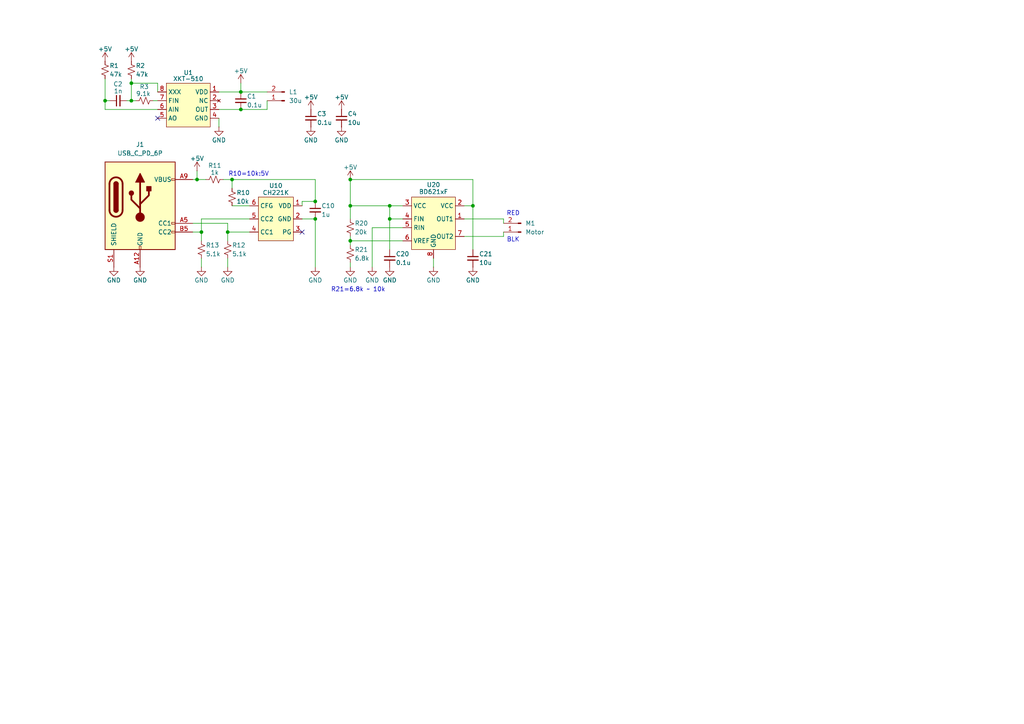
<source format=kicad_sch>
(kicad_sch
	(version 20231120)
	(generator "eeschema")
	(generator_version "8.0")
	(uuid "31bfc8ec-dc4d-44a0-a7f4-b68f0fd1f868")
	(paper "A4")
	(title_block
		(title "POV_TX")
		(date "2024-09-16")
		(company "EMLauncher")
	)
	(lib_symbols
		(symbol "Connector:Conn_01x02_Pin"
			(pin_names
				(offset 1.016) hide)
			(exclude_from_sim no)
			(in_bom yes)
			(on_board yes)
			(property "Reference" "J"
				(at 0 2.54 0)
				(effects
					(font
						(size 1.27 1.27)
					)
				)
			)
			(property "Value" "Conn_01x02_Pin"
				(at 0 -5.08 0)
				(effects
					(font
						(size 1.27 1.27)
					)
				)
			)
			(property "Footprint" ""
				(at 0 0 0)
				(effects
					(font
						(size 1.27 1.27)
					)
					(hide yes)
				)
			)
			(property "Datasheet" "~"
				(at 0 0 0)
				(effects
					(font
						(size 1.27 1.27)
					)
					(hide yes)
				)
			)
			(property "Description" "Generic connector, single row, 01x02, script generated"
				(at 0 0 0)
				(effects
					(font
						(size 1.27 1.27)
					)
					(hide yes)
				)
			)
			(property "ki_locked" ""
				(at 0 0 0)
				(effects
					(font
						(size 1.27 1.27)
					)
				)
			)
			(property "ki_keywords" "connector"
				(at 0 0 0)
				(effects
					(font
						(size 1.27 1.27)
					)
					(hide yes)
				)
			)
			(property "ki_fp_filters" "Connector*:*_1x??_*"
				(at 0 0 0)
				(effects
					(font
						(size 1.27 1.27)
					)
					(hide yes)
				)
			)
			(symbol "Conn_01x02_Pin_1_1"
				(polyline
					(pts
						(xy 1.27 -2.54) (xy 0.8636 -2.54)
					)
					(stroke
						(width 0.1524)
						(type default)
					)
					(fill
						(type none)
					)
				)
				(polyline
					(pts
						(xy 1.27 0) (xy 0.8636 0)
					)
					(stroke
						(width 0.1524)
						(type default)
					)
					(fill
						(type none)
					)
				)
				(rectangle
					(start 0.8636 -2.413)
					(end 0 -2.667)
					(stroke
						(width 0.1524)
						(type default)
					)
					(fill
						(type outline)
					)
				)
				(rectangle
					(start 0.8636 0.127)
					(end 0 -0.127)
					(stroke
						(width 0.1524)
						(type default)
					)
					(fill
						(type outline)
					)
				)
				(pin passive line
					(at 5.08 0 180)
					(length 3.81)
					(name "Pin_1"
						(effects
							(font
								(size 1.27 1.27)
							)
						)
					)
					(number "1"
						(effects
							(font
								(size 1.27 1.27)
							)
						)
					)
				)
				(pin passive line
					(at 5.08 -2.54 180)
					(length 3.81)
					(name "Pin_2"
						(effects
							(font
								(size 1.27 1.27)
							)
						)
					)
					(number "2"
						(effects
							(font
								(size 1.27 1.27)
							)
						)
					)
				)
			)
		)
		(symbol "Connector:USB_C_Receptacle_PowerOnly_6P"
			(pin_names
				(offset 1.016)
			)
			(exclude_from_sim no)
			(in_bom yes)
			(on_board yes)
			(property "Reference" "J"
				(at 0 16.51 0)
				(effects
					(font
						(size 1.27 1.27)
					)
					(justify bottom)
				)
			)
			(property "Value" "USB_C_Receptacle_PowerOnly_6P"
				(at 0 13.97 0)
				(effects
					(font
						(size 1.27 1.27)
					)
					(justify bottom)
				)
			)
			(property "Footprint" ""
				(at 3.81 2.54 0)
				(effects
					(font
						(size 1.27 1.27)
					)
					(hide yes)
				)
			)
			(property "Datasheet" "https://www.usb.org/sites/default/files/documents/usb_type-c.zip"
				(at 0 0 0)
				(effects
					(font
						(size 1.27 1.27)
					)
					(hide yes)
				)
			)
			(property "Description" "USB Power-Only 6P Type-C Receptacle connector"
				(at 0 0 0)
				(effects
					(font
						(size 1.27 1.27)
					)
					(hide yes)
				)
			)
			(property "ki_keywords" "usb universal serial bus type-C power-only charging-only 6P 6C"
				(at 0 0 0)
				(effects
					(font
						(size 1.27 1.27)
					)
					(hide yes)
				)
			)
			(property "ki_fp_filters" "USB*C*Receptacle*"
				(at 0 0 0)
				(effects
					(font
						(size 1.27 1.27)
					)
					(hide yes)
				)
			)
			(symbol "USB_C_Receptacle_PowerOnly_6P_0_0"
				(rectangle
					(start -0.254 -12.7)
					(end 0.254 -11.684)
					(stroke
						(width 0)
						(type default)
					)
					(fill
						(type none)
					)
				)
				(rectangle
					(start 10.16 -7.366)
					(end 9.144 -7.874)
					(stroke
						(width 0)
						(type default)
					)
					(fill
						(type none)
					)
				)
				(rectangle
					(start 10.16 -4.826)
					(end 9.144 -5.334)
					(stroke
						(width 0)
						(type default)
					)
					(fill
						(type none)
					)
				)
				(rectangle
					(start 10.16 7.874)
					(end 9.144 7.366)
					(stroke
						(width 0)
						(type default)
					)
					(fill
						(type none)
					)
				)
			)
			(symbol "USB_C_Receptacle_PowerOnly_6P_0_1"
				(rectangle
					(start -10.16 12.7)
					(end 10.16 -12.7)
					(stroke
						(width 0.254)
						(type default)
					)
					(fill
						(type background)
					)
				)
				(arc
					(start -8.89 -1.27)
					(mid -6.985 -3.1667)
					(end -5.08 -1.27)
					(stroke
						(width 0.508)
						(type default)
					)
					(fill
						(type none)
					)
				)
				(arc
					(start -7.62 -1.27)
					(mid -6.985 -1.9023)
					(end -6.35 -1.27)
					(stroke
						(width 0.254)
						(type default)
					)
					(fill
						(type none)
					)
				)
				(arc
					(start -7.62 -1.27)
					(mid -6.985 -1.9023)
					(end -6.35 -1.27)
					(stroke
						(width 0.254)
						(type default)
					)
					(fill
						(type outline)
					)
				)
				(rectangle
					(start -7.62 -1.27)
					(end -6.35 6.35)
					(stroke
						(width 0.254)
						(type default)
					)
					(fill
						(type outline)
					)
				)
				(arc
					(start -6.35 6.35)
					(mid -6.985 6.9823)
					(end -7.62 6.35)
					(stroke
						(width 0.254)
						(type default)
					)
					(fill
						(type none)
					)
				)
				(arc
					(start -6.35 6.35)
					(mid -6.985 6.9823)
					(end -7.62 6.35)
					(stroke
						(width 0.254)
						(type default)
					)
					(fill
						(type outline)
					)
				)
				(arc
					(start -5.08 6.35)
					(mid -6.985 8.2467)
					(end -8.89 6.35)
					(stroke
						(width 0.508)
						(type default)
					)
					(fill
						(type none)
					)
				)
				(circle
					(center -2.54 3.683)
					(radius 0.635)
					(stroke
						(width 0.254)
						(type default)
					)
					(fill
						(type outline)
					)
				)
				(circle
					(center 0 -3.302)
					(radius 1.27)
					(stroke
						(width 0)
						(type default)
					)
					(fill
						(type outline)
					)
				)
				(polyline
					(pts
						(xy -8.89 -1.27) (xy -8.89 6.35)
					)
					(stroke
						(width 0.508)
						(type default)
					)
					(fill
						(type none)
					)
				)
				(polyline
					(pts
						(xy -5.08 6.35) (xy -5.08 -1.27)
					)
					(stroke
						(width 0.508)
						(type default)
					)
					(fill
						(type none)
					)
				)
				(polyline
					(pts
						(xy 0 -3.302) (xy 0 6.858)
					)
					(stroke
						(width 0.508)
						(type default)
					)
					(fill
						(type none)
					)
				)
				(polyline
					(pts
						(xy 0 -0.762) (xy -2.54 1.778) (xy -2.54 3.048)
					)
					(stroke
						(width 0.508)
						(type default)
					)
					(fill
						(type none)
					)
				)
				(polyline
					(pts
						(xy 0 0.508) (xy 2.54 3.048) (xy 2.54 4.318)
					)
					(stroke
						(width 0.508)
						(type default)
					)
					(fill
						(type none)
					)
				)
				(polyline
					(pts
						(xy -1.27 6.858) (xy 0 9.398) (xy 1.27 6.858) (xy -1.27 6.858)
					)
					(stroke
						(width 0.254)
						(type default)
					)
					(fill
						(type outline)
					)
				)
				(rectangle
					(start 1.905 4.318)
					(end 3.175 5.588)
					(stroke
						(width 0.254)
						(type default)
					)
					(fill
						(type outline)
					)
				)
			)
			(symbol "USB_C_Receptacle_PowerOnly_6P_1_1"
				(pin passive line
					(at 0 -17.78 90)
					(length 5.08)
					(name "GND"
						(effects
							(font
								(size 1.27 1.27)
							)
						)
					)
					(number "A12"
						(effects
							(font
								(size 1.27 1.27)
							)
						)
					)
				)
				(pin bidirectional line
					(at 15.24 -5.08 180)
					(length 5.08)
					(name "CC1"
						(effects
							(font
								(size 1.27 1.27)
							)
						)
					)
					(number "A5"
						(effects
							(font
								(size 1.27 1.27)
							)
						)
					)
				)
				(pin passive line
					(at 15.24 7.62 180)
					(length 5.08)
					(name "VBUS"
						(effects
							(font
								(size 1.27 1.27)
							)
						)
					)
					(number "A9"
						(effects
							(font
								(size 1.27 1.27)
							)
						)
					)
				)
				(pin passive line
					(at 0 -17.78 90)
					(length 5.08) hide
					(name "GND"
						(effects
							(font
								(size 1.27 1.27)
							)
						)
					)
					(number "B12"
						(effects
							(font
								(size 1.27 1.27)
							)
						)
					)
				)
				(pin bidirectional line
					(at 15.24 -7.62 180)
					(length 5.08)
					(name "CC2"
						(effects
							(font
								(size 1.27 1.27)
							)
						)
					)
					(number "B5"
						(effects
							(font
								(size 1.27 1.27)
							)
						)
					)
				)
				(pin passive line
					(at 15.24 7.62 180)
					(length 5.08) hide
					(name "VBUS"
						(effects
							(font
								(size 1.27 1.27)
							)
						)
					)
					(number "B9"
						(effects
							(font
								(size 1.27 1.27)
							)
						)
					)
				)
				(pin passive line
					(at -7.62 -17.78 90)
					(length 5.08)
					(name "SHIELD"
						(effects
							(font
								(size 1.27 1.27)
							)
						)
					)
					(number "S1"
						(effects
							(font
								(size 1.27 1.27)
							)
						)
					)
				)
			)
		)
		(symbol "Device:C_Small"
			(pin_numbers hide)
			(pin_names
				(offset 0.254) hide)
			(exclude_from_sim no)
			(in_bom yes)
			(on_board yes)
			(property "Reference" "C"
				(at 0.254 1.778 0)
				(effects
					(font
						(size 1.27 1.27)
					)
					(justify left)
				)
			)
			(property "Value" "C_Small"
				(at 0.254 -2.032 0)
				(effects
					(font
						(size 1.27 1.27)
					)
					(justify left)
				)
			)
			(property "Footprint" ""
				(at 0 0 0)
				(effects
					(font
						(size 1.27 1.27)
					)
					(hide yes)
				)
			)
			(property "Datasheet" "~"
				(at 0 0 0)
				(effects
					(font
						(size 1.27 1.27)
					)
					(hide yes)
				)
			)
			(property "Description" "Unpolarized capacitor, small symbol"
				(at 0 0 0)
				(effects
					(font
						(size 1.27 1.27)
					)
					(hide yes)
				)
			)
			(property "ki_keywords" "capacitor cap"
				(at 0 0 0)
				(effects
					(font
						(size 1.27 1.27)
					)
					(hide yes)
				)
			)
			(property "ki_fp_filters" "C_*"
				(at 0 0 0)
				(effects
					(font
						(size 1.27 1.27)
					)
					(hide yes)
				)
			)
			(symbol "C_Small_0_1"
				(polyline
					(pts
						(xy -1.524 -0.508) (xy 1.524 -0.508)
					)
					(stroke
						(width 0.3302)
						(type default)
					)
					(fill
						(type none)
					)
				)
				(polyline
					(pts
						(xy -1.524 0.508) (xy 1.524 0.508)
					)
					(stroke
						(width 0.3048)
						(type default)
					)
					(fill
						(type none)
					)
				)
			)
			(symbol "C_Small_1_1"
				(pin passive line
					(at 0 2.54 270)
					(length 2.032)
					(name "~"
						(effects
							(font
								(size 1.27 1.27)
							)
						)
					)
					(number "1"
						(effects
							(font
								(size 1.27 1.27)
							)
						)
					)
				)
				(pin passive line
					(at 0 -2.54 90)
					(length 2.032)
					(name "~"
						(effects
							(font
								(size 1.27 1.27)
							)
						)
					)
					(number "2"
						(effects
							(font
								(size 1.27 1.27)
							)
						)
					)
				)
			)
		)
		(symbol "Device:R_Small_US"
			(pin_numbers hide)
			(pin_names
				(offset 0.254) hide)
			(exclude_from_sim no)
			(in_bom yes)
			(on_board yes)
			(property "Reference" "R"
				(at 0.762 0.508 0)
				(effects
					(font
						(size 1.27 1.27)
					)
					(justify left)
				)
			)
			(property "Value" "R_Small_US"
				(at 0.762 -1.016 0)
				(effects
					(font
						(size 1.27 1.27)
					)
					(justify left)
				)
			)
			(property "Footprint" ""
				(at 0 0 0)
				(effects
					(font
						(size 1.27 1.27)
					)
					(hide yes)
				)
			)
			(property "Datasheet" "~"
				(at 0 0 0)
				(effects
					(font
						(size 1.27 1.27)
					)
					(hide yes)
				)
			)
			(property "Description" "Resistor, small US symbol"
				(at 0 0 0)
				(effects
					(font
						(size 1.27 1.27)
					)
					(hide yes)
				)
			)
			(property "ki_keywords" "r resistor"
				(at 0 0 0)
				(effects
					(font
						(size 1.27 1.27)
					)
					(hide yes)
				)
			)
			(property "ki_fp_filters" "R_*"
				(at 0 0 0)
				(effects
					(font
						(size 1.27 1.27)
					)
					(hide yes)
				)
			)
			(symbol "R_Small_US_1_1"
				(polyline
					(pts
						(xy 0 0) (xy 1.016 -0.381) (xy 0 -0.762) (xy -1.016 -1.143) (xy 0 -1.524)
					)
					(stroke
						(width 0)
						(type default)
					)
					(fill
						(type none)
					)
				)
				(polyline
					(pts
						(xy 0 1.524) (xy 1.016 1.143) (xy 0 0.762) (xy -1.016 0.381) (xy 0 0)
					)
					(stroke
						(width 0)
						(type default)
					)
					(fill
						(type none)
					)
				)
				(pin passive line
					(at 0 2.54 270)
					(length 1.016)
					(name "~"
						(effects
							(font
								(size 1.27 1.27)
							)
						)
					)
					(number "1"
						(effects
							(font
								(size 1.27 1.27)
							)
						)
					)
				)
				(pin passive line
					(at 0 -2.54 90)
					(length 1.016)
					(name "~"
						(effects
							(font
								(size 1.27 1.27)
							)
						)
					)
					(number "2"
						(effects
							(font
								(size 1.27 1.27)
							)
						)
					)
				)
			)
		)
		(symbol "mySymbols:BD621xF"
			(exclude_from_sim no)
			(in_bom yes)
			(on_board yes)
			(property "Reference" "U"
				(at 0 10.668 0)
				(effects
					(font
						(size 1.27 1.27)
					)
				)
			)
			(property "Value" "BD621xF"
				(at 0 8.636 0)
				(effects
					(font
						(size 1.27 1.27)
					)
				)
			)
			(property "Footprint" "Package_SO:SOP-8_3.9x4.9mm_P1.27mm"
				(at 0 0 0)
				(effects
					(font
						(size 1.27 1.27)
					)
					(hide yes)
				)
			)
			(property "Datasheet" "https://fscdn.rohm.com/jp/products/databook/applinote/ic/motor/dc/bd62xx_appli-j.pdf"
				(at 0 0 0)
				(effects
					(font
						(size 1.27 1.27)
					)
					(hide yes)
				)
			)
			(property "Description" "DC motor driver"
				(at 0 0 0)
				(effects
					(font
						(size 1.27 1.27)
					)
					(hide yes)
				)
			)
			(symbol "BD621xF_1_1"
				(rectangle
					(start -6.35 7.62)
					(end 6.35 -7.62)
					(stroke
						(width 0)
						(type default)
					)
					(fill
						(type background)
					)
				)
				(pin output line
					(at 8.89 1.27 180)
					(length 2.54)
					(name "OUT1"
						(effects
							(font
								(size 1.27 1.27)
							)
						)
					)
					(number "1"
						(effects
							(font
								(size 1.27 1.27)
							)
						)
					)
				)
				(pin power_in line
					(at 8.89 5.08 180)
					(length 2.54)
					(name "VCC"
						(effects
							(font
								(size 1.27 1.27)
							)
						)
					)
					(number "2"
						(effects
							(font
								(size 1.27 1.27)
							)
						)
					)
				)
				(pin power_in line
					(at -8.89 5.08 0)
					(length 2.54)
					(name "VCC"
						(effects
							(font
								(size 1.27 1.27)
							)
						)
					)
					(number "3"
						(effects
							(font
								(size 1.27 1.27)
							)
						)
					)
				)
				(pin input line
					(at -8.89 1.27 0)
					(length 2.54)
					(name "FIN"
						(effects
							(font
								(size 1.27 1.27)
							)
						)
					)
					(number "4"
						(effects
							(font
								(size 1.27 1.27)
							)
						)
					)
				)
				(pin input line
					(at -8.89 -1.27 0)
					(length 2.54)
					(name "RIN"
						(effects
							(font
								(size 1.27 1.27)
							)
						)
					)
					(number "5"
						(effects
							(font
								(size 1.27 1.27)
							)
						)
					)
				)
				(pin input line
					(at -8.89 -5.08 0)
					(length 2.54)
					(name "VREF"
						(effects
							(font
								(size 1.27 1.27)
							)
						)
					)
					(number "6"
						(effects
							(font
								(size 1.27 1.27)
							)
						)
					)
				)
				(pin output line
					(at 8.89 -3.81 180)
					(length 2.54)
					(name "OUT2"
						(effects
							(font
								(size 1.27 1.27)
							)
						)
					)
					(number "7"
						(effects
							(font
								(size 1.27 1.27)
							)
						)
					)
				)
				(pin power_in line
					(at 0 -10.16 90)
					(length 2.54)
					(name "GND"
						(effects
							(font
								(size 1.27 1.27)
							)
						)
					)
					(number "8"
						(effects
							(font
								(size 1.27 1.27)
							)
						)
					)
				)
			)
		)
		(symbol "mySymbols:CH221K"
			(exclude_from_sim no)
			(in_bom yes)
			(on_board yes)
			(property "Reference" "U"
				(at 0 9.144 0)
				(effects
					(font
						(size 1.27 1.27)
					)
				)
			)
			(property "Value" "CH221K"
				(at 0 7.366 0)
				(effects
					(font
						(size 1.27 1.27)
					)
				)
			)
			(property "Footprint" "Package_TO_SOT_SMD:SOT-23-6"
				(at 0 0 0)
				(effects
					(font
						(size 1.27 1.27)
					)
					(hide yes)
				)
			)
			(property "Datasheet" ""
				(at 0 0 0)
				(effects
					(font
						(size 1.27 1.27)
					)
					(hide yes)
				)
			)
			(property "Description" ""
				(at 0 0 0)
				(effects
					(font
						(size 1.27 1.27)
					)
					(hide yes)
				)
			)
			(symbol "CH221K_1_1"
				(rectangle
					(start -5.08 6.35)
					(end 5.08 -6.35)
					(stroke
						(width 0)
						(type default)
					)
					(fill
						(type background)
					)
				)
				(pin power_in line
					(at -7.62 3.81 0)
					(length 2.54)
					(name "VDD"
						(effects
							(font
								(size 1.27 1.27)
							)
						)
					)
					(number "1"
						(effects
							(font
								(size 1.27 1.27)
							)
						)
					)
				)
				(pin power_in line
					(at -7.62 0 0)
					(length 2.54)
					(name "GND"
						(effects
							(font
								(size 1.27 1.27)
							)
						)
					)
					(number "2"
						(effects
							(font
								(size 1.27 1.27)
							)
						)
					)
				)
				(pin open_collector line
					(at -7.62 -3.81 0)
					(length 2.54)
					(name "PG"
						(effects
							(font
								(size 1.27 1.27)
							)
						)
					)
					(number "3"
						(effects
							(font
								(size 1.27 1.27)
							)
						)
					)
				)
				(pin bidirectional line
					(at 7.62 -3.81 180)
					(length 2.54)
					(name "CC1"
						(effects
							(font
								(size 1.27 1.27)
							)
						)
					)
					(number "4"
						(effects
							(font
								(size 1.27 1.27)
							)
						)
					)
				)
				(pin bidirectional line
					(at 7.62 0 180)
					(length 2.54)
					(name "CC2"
						(effects
							(font
								(size 1.27 1.27)
							)
						)
					)
					(number "5"
						(effects
							(font
								(size 1.27 1.27)
							)
						)
					)
				)
				(pin passive line
					(at 7.62 3.81 180)
					(length 2.54)
					(name "CFG"
						(effects
							(font
								(size 1.27 1.27)
							)
						)
					)
					(number "6"
						(effects
							(font
								(size 1.27 1.27)
							)
						)
					)
				)
			)
		)
		(symbol "mySymbols:XKT-510"
			(exclude_from_sim no)
			(in_bom yes)
			(on_board yes)
			(property "Reference" "U"
				(at 0 9.398 0)
				(effects
					(font
						(size 1.27 1.27)
					)
				)
			)
			(property "Value" "XKT-510"
				(at 0 7.366 0)
				(effects
					(font
						(size 1.27 1.27)
					)
				)
			)
			(property "Footprint" "Package_SO:SOIC-8_3.9x4.9mm_P1.27mm"
				(at 0 0 0)
				(effects
					(font
						(size 1.27 1.27)
					)
					(hide yes)
				)
			)
			(property "Datasheet" "https://thetriac.com/view/916346/XKT-510.html"
				(at 0 0 0)
				(effects
					(font
						(size 1.27 1.27)
					)
					(hide yes)
				)
			)
			(property "Description" ""
				(at 0 0 0)
				(effects
					(font
						(size 1.27 1.27)
					)
					(hide yes)
				)
			)
			(symbol "XKT-510_1_1"
				(rectangle
					(start -6.35 6.35)
					(end 6.35 -6.35)
					(stroke
						(width 0)
						(type default)
					)
					(fill
						(type background)
					)
				)
				(pin power_in line
					(at -8.89 3.81 0)
					(length 2.54)
					(name "VDD"
						(effects
							(font
								(size 1.27 1.27)
							)
						)
					)
					(number "1"
						(effects
							(font
								(size 1.27 1.27)
							)
						)
					)
				)
				(pin no_connect line
					(at -8.89 1.27 0)
					(length 2.54)
					(name "NC"
						(effects
							(font
								(size 1.27 1.27)
							)
						)
					)
					(number "2"
						(effects
							(font
								(size 1.27 1.27)
							)
						)
					)
				)
				(pin output line
					(at -8.89 -1.27 0)
					(length 2.54)
					(name "OUT"
						(effects
							(font
								(size 1.27 1.27)
							)
						)
					)
					(number "3"
						(effects
							(font
								(size 1.27 1.27)
							)
						)
					)
				)
				(pin power_in line
					(at -8.89 -3.81 0)
					(length 2.54)
					(name "GND"
						(effects
							(font
								(size 1.27 1.27)
							)
						)
					)
					(number "4"
						(effects
							(font
								(size 1.27 1.27)
							)
						)
					)
				)
				(pin output line
					(at 8.89 -3.81 180)
					(length 2.54)
					(name "AO"
						(effects
							(font
								(size 1.27 1.27)
							)
						)
					)
					(number "5"
						(effects
							(font
								(size 1.27 1.27)
							)
						)
					)
				)
				(pin passive line
					(at 8.89 -1.27 180)
					(length 2.54)
					(name "AIN"
						(effects
							(font
								(size 1.27 1.27)
							)
						)
					)
					(number "6"
						(effects
							(font
								(size 1.27 1.27)
							)
						)
					)
				)
				(pin passive line
					(at 8.89 1.27 180)
					(length 2.54)
					(name "FIN"
						(effects
							(font
								(size 1.27 1.27)
							)
						)
					)
					(number "7"
						(effects
							(font
								(size 1.27 1.27)
							)
						)
					)
				)
				(pin passive line
					(at 8.89 3.81 180)
					(length 2.54)
					(name "XXX"
						(effects
							(font
								(size 1.27 1.27)
							)
						)
					)
					(number "8"
						(effects
							(font
								(size 1.27 1.27)
							)
						)
					)
				)
			)
		)
		(symbol "power:+5V"
			(power)
			(pin_numbers hide)
			(pin_names
				(offset 0) hide)
			(exclude_from_sim no)
			(in_bom yes)
			(on_board yes)
			(property "Reference" "#PWR"
				(at 0 -3.81 0)
				(effects
					(font
						(size 1.27 1.27)
					)
					(hide yes)
				)
			)
			(property "Value" "+5V"
				(at 0 3.556 0)
				(effects
					(font
						(size 1.27 1.27)
					)
				)
			)
			(property "Footprint" ""
				(at 0 0 0)
				(effects
					(font
						(size 1.27 1.27)
					)
					(hide yes)
				)
			)
			(property "Datasheet" ""
				(at 0 0 0)
				(effects
					(font
						(size 1.27 1.27)
					)
					(hide yes)
				)
			)
			(property "Description" "Power symbol creates a global label with name \"+5V\""
				(at 0 0 0)
				(effects
					(font
						(size 1.27 1.27)
					)
					(hide yes)
				)
			)
			(property "ki_keywords" "global power"
				(at 0 0 0)
				(effects
					(font
						(size 1.27 1.27)
					)
					(hide yes)
				)
			)
			(symbol "+5V_0_1"
				(polyline
					(pts
						(xy -0.762 1.27) (xy 0 2.54)
					)
					(stroke
						(width 0)
						(type default)
					)
					(fill
						(type none)
					)
				)
				(polyline
					(pts
						(xy 0 0) (xy 0 2.54)
					)
					(stroke
						(width 0)
						(type default)
					)
					(fill
						(type none)
					)
				)
				(polyline
					(pts
						(xy 0 2.54) (xy 0.762 1.27)
					)
					(stroke
						(width 0)
						(type default)
					)
					(fill
						(type none)
					)
				)
			)
			(symbol "+5V_1_1"
				(pin power_in line
					(at 0 0 90)
					(length 0)
					(name "~"
						(effects
							(font
								(size 1.27 1.27)
							)
						)
					)
					(number "1"
						(effects
							(font
								(size 1.27 1.27)
							)
						)
					)
				)
			)
		)
		(symbol "power:GND"
			(power)
			(pin_numbers hide)
			(pin_names
				(offset 0) hide)
			(exclude_from_sim no)
			(in_bom yes)
			(on_board yes)
			(property "Reference" "#PWR"
				(at 0 -6.35 0)
				(effects
					(font
						(size 1.27 1.27)
					)
					(hide yes)
				)
			)
			(property "Value" "GND"
				(at 0 -3.81 0)
				(effects
					(font
						(size 1.27 1.27)
					)
				)
			)
			(property "Footprint" ""
				(at 0 0 0)
				(effects
					(font
						(size 1.27 1.27)
					)
					(hide yes)
				)
			)
			(property "Datasheet" ""
				(at 0 0 0)
				(effects
					(font
						(size 1.27 1.27)
					)
					(hide yes)
				)
			)
			(property "Description" "Power symbol creates a global label with name \"GND\" , ground"
				(at 0 0 0)
				(effects
					(font
						(size 1.27 1.27)
					)
					(hide yes)
				)
			)
			(property "ki_keywords" "global power"
				(at 0 0 0)
				(effects
					(font
						(size 1.27 1.27)
					)
					(hide yes)
				)
			)
			(symbol "GND_0_1"
				(polyline
					(pts
						(xy 0 0) (xy 0 -1.27) (xy 1.27 -1.27) (xy 0 -2.54) (xy -1.27 -1.27) (xy 0 -1.27)
					)
					(stroke
						(width 0)
						(type default)
					)
					(fill
						(type none)
					)
				)
			)
			(symbol "GND_1_1"
				(pin power_in line
					(at 0 0 270)
					(length 0)
					(name "~"
						(effects
							(font
								(size 1.27 1.27)
							)
						)
					)
					(number "1"
						(effects
							(font
								(size 1.27 1.27)
							)
						)
					)
				)
			)
		)
	)
	(junction
		(at 101.6 52.07)
		(diameter 0)
		(color 0 0 0 0)
		(uuid "087d6460-009e-4748-b226-fb70e0c12b5f")
	)
	(junction
		(at 91.44 58.42)
		(diameter 0)
		(color 0 0 0 0)
		(uuid "17a2c01d-4374-44f4-965d-4bf7f283363b")
	)
	(junction
		(at 101.6 69.85)
		(diameter 0)
		(color 0 0 0 0)
		(uuid "26efff5d-b399-45af-99b2-2d5168257e97")
	)
	(junction
		(at 38.1 29.21)
		(diameter 0)
		(color 0 0 0 0)
		(uuid "3b4cd8fb-027b-4fa0-bca2-4b1c35b717d9")
	)
	(junction
		(at 69.85 31.75)
		(diameter 0)
		(color 0 0 0 0)
		(uuid "4cb914e2-1bf0-41f8-80a2-481cd714d445")
	)
	(junction
		(at 66.04 67.31)
		(diameter 0)
		(color 0 0 0 0)
		(uuid "5bffacb1-6d3b-4e88-93a7-28df73c9aaa7")
	)
	(junction
		(at 30.48 29.21)
		(diameter 0)
		(color 0 0 0 0)
		(uuid "64c9f170-f093-467e-9ae5-15f94c75b1cc")
	)
	(junction
		(at 113.03 59.69)
		(diameter 0)
		(color 0 0 0 0)
		(uuid "6789260f-27f3-4298-b27d-61ee3d74e5b7")
	)
	(junction
		(at 38.1 24.13)
		(diameter 0)
		(color 0 0 0 0)
		(uuid "6b2638cb-d0fc-4df2-8f16-c18159d10094")
	)
	(junction
		(at 91.44 63.5)
		(diameter 0)
		(color 0 0 0 0)
		(uuid "794b4ade-cd8d-4c1d-91c1-5e87bfae6008")
	)
	(junction
		(at 69.85 26.67)
		(diameter 0)
		(color 0 0 0 0)
		(uuid "8a0f1f02-57ad-4e0c-9419-5da7312a0385")
	)
	(junction
		(at 57.15 52.07)
		(diameter 0)
		(color 0 0 0 0)
		(uuid "9073d687-9dcd-4426-9795-3a043a8dee20")
	)
	(junction
		(at 113.03 63.5)
		(diameter 0)
		(color 0 0 0 0)
		(uuid "99b78703-1e59-40f2-9142-641dd587411b")
	)
	(junction
		(at 137.16 59.69)
		(diameter 0)
		(color 0 0 0 0)
		(uuid "d99d55ca-1804-4f32-b742-f2d8cbcfd78a")
	)
	(junction
		(at 67.31 52.07)
		(diameter 0)
		(color 0 0 0 0)
		(uuid "e2470c86-29fd-4c1a-83eb-f74fa11014d6")
	)
	(junction
		(at 101.6 59.69)
		(diameter 0)
		(color 0 0 0 0)
		(uuid "e787239b-221a-4bc4-b7a3-868fcdc5ed8a")
	)
	(junction
		(at 58.42 67.31)
		(diameter 0)
		(color 0 0 0 0)
		(uuid "f07868fc-ca29-4ece-a9f0-e4974b3207f3")
	)
	(no_connect
		(at 87.63 67.31)
		(uuid "5f80cc6e-91e2-40c4-acc0-051f53ee17e5")
	)
	(no_connect
		(at 45.72 34.29)
		(uuid "a2d0d0a0-ff2c-441f-88c7-6f3fcedb4744")
	)
	(wire
		(pts
			(xy 67.31 59.69) (xy 72.39 59.69)
		)
		(stroke
			(width 0)
			(type default)
		)
		(uuid "05f09074-4998-4fa6-8ecf-66e069002b3a")
	)
	(wire
		(pts
			(xy 38.1 22.86) (xy 38.1 24.13)
		)
		(stroke
			(width 0)
			(type default)
		)
		(uuid "092bb34a-fa3c-49d1-9f2e-073689532319")
	)
	(wire
		(pts
			(xy 87.63 63.5) (xy 91.44 63.5)
		)
		(stroke
			(width 0)
			(type default)
		)
		(uuid "0c362ee2-d1c8-44a9-af41-64d8e42b6a01")
	)
	(wire
		(pts
			(xy 77.47 29.21) (xy 77.47 31.75)
		)
		(stroke
			(width 0)
			(type default)
		)
		(uuid "0d496dab-e180-451f-8f25-1964f562ba81")
	)
	(wire
		(pts
			(xy 107.95 66.04) (xy 107.95 77.47)
		)
		(stroke
			(width 0)
			(type default)
		)
		(uuid "20ee5d5e-f59c-4138-a5ca-c9901359cea4")
	)
	(wire
		(pts
			(xy 30.48 31.75) (xy 45.72 31.75)
		)
		(stroke
			(width 0)
			(type default)
		)
		(uuid "24be8221-35af-4e69-b4ad-3508b3fa1a4a")
	)
	(wire
		(pts
			(xy 30.48 22.86) (xy 30.48 29.21)
		)
		(stroke
			(width 0)
			(type default)
		)
		(uuid "26c04fdb-68dc-4276-b9c0-6356854a0188")
	)
	(wire
		(pts
			(xy 91.44 58.42) (xy 91.44 52.07)
		)
		(stroke
			(width 0)
			(type default)
		)
		(uuid "2d22740a-8bf2-4f49-8b96-bcc28c480128")
	)
	(wire
		(pts
			(xy 38.1 29.21) (xy 39.37 29.21)
		)
		(stroke
			(width 0)
			(type default)
		)
		(uuid "2dd3b47b-1a43-4d48-ac2c-bacc3a050c0c")
	)
	(wire
		(pts
			(xy 72.39 67.31) (xy 66.04 67.31)
		)
		(stroke
			(width 0)
			(type default)
		)
		(uuid "306016fd-b951-4875-b6ab-6a3e645a267f")
	)
	(wire
		(pts
			(xy 66.04 74.93) (xy 66.04 77.47)
		)
		(stroke
			(width 0)
			(type default)
		)
		(uuid "30c15cec-019d-4a0c-add7-18e5b98e6c03")
	)
	(wire
		(pts
			(xy 64.77 52.07) (xy 67.31 52.07)
		)
		(stroke
			(width 0)
			(type default)
		)
		(uuid "31befb18-ef3a-4cc7-baab-06f0c6be860f")
	)
	(wire
		(pts
			(xy 134.62 59.69) (xy 137.16 59.69)
		)
		(stroke
			(width 0)
			(type default)
		)
		(uuid "3609896e-54b0-476e-aabe-7f5a9ca54f19")
	)
	(wire
		(pts
			(xy 45.72 24.13) (xy 38.1 24.13)
		)
		(stroke
			(width 0)
			(type default)
		)
		(uuid "37f75449-f3a7-493c-822c-c94a2e887ca4")
	)
	(wire
		(pts
			(xy 66.04 67.31) (xy 66.04 64.77)
		)
		(stroke
			(width 0)
			(type default)
		)
		(uuid "386c7a79-2a1a-4b3d-8003-0626960f6ccb")
	)
	(wire
		(pts
			(xy 101.6 76.2) (xy 101.6 77.47)
		)
		(stroke
			(width 0)
			(type default)
		)
		(uuid "4425e288-9c3a-411a-854f-d916ebd78fd5")
	)
	(wire
		(pts
			(xy 58.42 67.31) (xy 58.42 63.5)
		)
		(stroke
			(width 0)
			(type default)
		)
		(uuid "4587ece9-fb29-436b-bf29-d2349de648f0")
	)
	(wire
		(pts
			(xy 58.42 74.93) (xy 58.42 77.47)
		)
		(stroke
			(width 0)
			(type default)
		)
		(uuid "46bfc623-db8f-4cc1-927f-d98f88c678c5")
	)
	(wire
		(pts
			(xy 146.05 68.58) (xy 146.05 67.31)
		)
		(stroke
			(width 0)
			(type default)
		)
		(uuid "4925abb8-8594-454e-8e10-8057f9deab2a")
	)
	(wire
		(pts
			(xy 69.85 31.75) (xy 77.47 31.75)
		)
		(stroke
			(width 0)
			(type default)
		)
		(uuid "499beb1c-901e-4947-ba79-78c710cd22eb")
	)
	(wire
		(pts
			(xy 113.03 59.69) (xy 113.03 63.5)
		)
		(stroke
			(width 0)
			(type default)
		)
		(uuid "507aecc2-992c-4014-9892-d992dcbe2e12")
	)
	(wire
		(pts
			(xy 134.62 68.58) (xy 146.05 68.58)
		)
		(stroke
			(width 0)
			(type default)
		)
		(uuid "5ccdf374-a927-4661-ad41-793f0b59e075")
	)
	(wire
		(pts
			(xy 38.1 24.13) (xy 38.1 29.21)
		)
		(stroke
			(width 0)
			(type default)
		)
		(uuid "5e3b0455-ef83-4de0-a8cd-e90998f0586b")
	)
	(wire
		(pts
			(xy 116.84 66.04) (xy 107.95 66.04)
		)
		(stroke
			(width 0)
			(type default)
		)
		(uuid "5fd164b6-f245-46b8-8c1c-09b66d56ae23")
	)
	(wire
		(pts
			(xy 30.48 29.21) (xy 31.75 29.21)
		)
		(stroke
			(width 0)
			(type default)
		)
		(uuid "627e3314-c20f-4a70-8f8c-b381af635510")
	)
	(wire
		(pts
			(xy 146.05 63.5) (xy 134.62 63.5)
		)
		(stroke
			(width 0)
			(type default)
		)
		(uuid "65561f37-2995-442d-9e7d-33c95a5fcfc2")
	)
	(wire
		(pts
			(xy 58.42 67.31) (xy 58.42 69.85)
		)
		(stroke
			(width 0)
			(type default)
		)
		(uuid "6853c72e-1ec4-403d-bafa-c4432c016fc3")
	)
	(wire
		(pts
			(xy 55.88 67.31) (xy 58.42 67.31)
		)
		(stroke
			(width 0)
			(type default)
		)
		(uuid "6e29cb58-1e3c-4480-9d06-49d34b7d9d4f")
	)
	(wire
		(pts
			(xy 113.03 63.5) (xy 116.84 63.5)
		)
		(stroke
			(width 0)
			(type default)
		)
		(uuid "70c437a8-7500-4689-b824-8dd1cf6986ba")
	)
	(wire
		(pts
			(xy 66.04 67.31) (xy 66.04 69.85)
		)
		(stroke
			(width 0)
			(type default)
		)
		(uuid "760e9c68-e54c-4469-b5f3-78191d42eb4b")
	)
	(wire
		(pts
			(xy 69.85 26.67) (xy 77.47 26.67)
		)
		(stroke
			(width 0)
			(type default)
		)
		(uuid "80e90968-16aa-4d69-aa87-137e77456aa9")
	)
	(wire
		(pts
			(xy 137.16 59.69) (xy 137.16 52.07)
		)
		(stroke
			(width 0)
			(type default)
		)
		(uuid "81a02a82-5b8e-401b-bd3e-9f7546f9e415")
	)
	(wire
		(pts
			(xy 146.05 64.77) (xy 146.05 63.5)
		)
		(stroke
			(width 0)
			(type default)
		)
		(uuid "82f313b7-2d0f-4144-8962-2fcd33736e55")
	)
	(wire
		(pts
			(xy 137.16 59.69) (xy 137.16 72.39)
		)
		(stroke
			(width 0)
			(type default)
		)
		(uuid "9163fd63-0155-43ce-87b3-be481f66b494")
	)
	(wire
		(pts
			(xy 91.44 52.07) (xy 67.31 52.07)
		)
		(stroke
			(width 0)
			(type default)
		)
		(uuid "939f3bc2-701d-4267-bc45-ea9b09753058")
	)
	(wire
		(pts
			(xy 36.83 29.21) (xy 38.1 29.21)
		)
		(stroke
			(width 0)
			(type default)
		)
		(uuid "97a4dcef-49db-4e20-95b5-83ffe535d1a7")
	)
	(wire
		(pts
			(xy 113.03 63.5) (xy 113.03 72.39)
		)
		(stroke
			(width 0)
			(type default)
		)
		(uuid "9ceb44c8-60f4-45e9-a6de-a211adc98ad2")
	)
	(wire
		(pts
			(xy 101.6 52.07) (xy 101.6 59.69)
		)
		(stroke
			(width 0)
			(type default)
		)
		(uuid "a3c34e29-5ab7-4620-911a-9786f306df7a")
	)
	(wire
		(pts
			(xy 67.31 52.07) (xy 67.31 54.61)
		)
		(stroke
			(width 0)
			(type default)
		)
		(uuid "a3dc97ed-fb4a-4a5e-b31d-565f3719cad3")
	)
	(wire
		(pts
			(xy 30.48 29.21) (xy 30.48 31.75)
		)
		(stroke
			(width 0)
			(type default)
		)
		(uuid "a81dc118-f59e-42bd-92d4-d19dc2bcc69e")
	)
	(wire
		(pts
			(xy 137.16 52.07) (xy 101.6 52.07)
		)
		(stroke
			(width 0)
			(type default)
		)
		(uuid "a8307c6b-2138-4481-ad44-b16057f36d13")
	)
	(wire
		(pts
			(xy 55.88 52.07) (xy 57.15 52.07)
		)
		(stroke
			(width 0)
			(type default)
		)
		(uuid "aae5630c-dc56-4a61-91f1-c9906fe2e60a")
	)
	(wire
		(pts
			(xy 63.5 26.67) (xy 69.85 26.67)
		)
		(stroke
			(width 0)
			(type default)
		)
		(uuid "b0072a6b-0987-4bcf-b5d1-8b4d8b8fd593")
	)
	(wire
		(pts
			(xy 101.6 59.69) (xy 101.6 63.5)
		)
		(stroke
			(width 0)
			(type default)
		)
		(uuid "b2574560-0330-4c12-b6a3-a28a1943569c")
	)
	(wire
		(pts
			(xy 44.45 29.21) (xy 45.72 29.21)
		)
		(stroke
			(width 0)
			(type default)
		)
		(uuid "b61aec1a-adce-40bd-9eb2-153a8779da9c")
	)
	(wire
		(pts
			(xy 69.85 24.13) (xy 69.85 26.67)
		)
		(stroke
			(width 0)
			(type default)
		)
		(uuid "bec9f231-1a86-438b-968d-8d625b748a0f")
	)
	(wire
		(pts
			(xy 63.5 31.75) (xy 69.85 31.75)
		)
		(stroke
			(width 0)
			(type default)
		)
		(uuid "c3a27edc-af1c-4558-8715-6ca056b34b3b")
	)
	(wire
		(pts
			(xy 45.72 26.67) (xy 45.72 24.13)
		)
		(stroke
			(width 0)
			(type default)
		)
		(uuid "ca4c56cc-08a4-479d-9287-06729166555c")
	)
	(wire
		(pts
			(xy 57.15 52.07) (xy 59.69 52.07)
		)
		(stroke
			(width 0)
			(type default)
		)
		(uuid "ca64f04c-31f9-45a7-ab29-5f02fd904a38")
	)
	(wire
		(pts
			(xy 58.42 63.5) (xy 72.39 63.5)
		)
		(stroke
			(width 0)
			(type default)
		)
		(uuid "cc0c95c4-980d-41fd-8db3-a8b22ed9111e")
	)
	(wire
		(pts
			(xy 57.15 49.53) (xy 57.15 52.07)
		)
		(stroke
			(width 0)
			(type default)
		)
		(uuid "d10c8628-b429-4c83-afcb-2c21bc261a4c")
	)
	(wire
		(pts
			(xy 91.44 63.5) (xy 91.44 77.47)
		)
		(stroke
			(width 0)
			(type default)
		)
		(uuid "d342d085-2cd2-4c99-8b35-025152b82ee3")
	)
	(wire
		(pts
			(xy 87.63 58.42) (xy 91.44 58.42)
		)
		(stroke
			(width 0)
			(type default)
		)
		(uuid "d64459b7-fc88-4e11-90de-bb648effa129")
	)
	(wire
		(pts
			(xy 125.73 74.93) (xy 125.73 77.47)
		)
		(stroke
			(width 0)
			(type default)
		)
		(uuid "d8fedf8a-7ff9-4265-a0fd-bf855aff5af8")
	)
	(wire
		(pts
			(xy 55.88 64.77) (xy 66.04 64.77)
		)
		(stroke
			(width 0)
			(type default)
		)
		(uuid "edb105bb-c21a-451b-b12d-4e87231da7cc")
	)
	(wire
		(pts
			(xy 101.6 69.85) (xy 101.6 68.58)
		)
		(stroke
			(width 0)
			(type default)
		)
		(uuid "edc186e4-6b84-4b39-86e9-33c903deefbc")
	)
	(wire
		(pts
			(xy 87.63 59.69) (xy 87.63 58.42)
		)
		(stroke
			(width 0)
			(type default)
		)
		(uuid "f076db65-3e29-425d-bbad-d6743b50a69b")
	)
	(wire
		(pts
			(xy 101.6 69.85) (xy 101.6 71.12)
		)
		(stroke
			(width 0)
			(type default)
		)
		(uuid "f260f7c3-48f7-43a0-90e3-2c140ea16c8c")
	)
	(wire
		(pts
			(xy 113.03 59.69) (xy 101.6 59.69)
		)
		(stroke
			(width 0)
			(type default)
		)
		(uuid "f44c6790-33d7-4ff1-b918-e5825236c828")
	)
	(wire
		(pts
			(xy 116.84 69.85) (xy 101.6 69.85)
		)
		(stroke
			(width 0)
			(type default)
		)
		(uuid "f4ea7f48-f12b-4176-983b-d21a8bf3b941")
	)
	(wire
		(pts
			(xy 63.5 34.29) (xy 63.5 36.83)
		)
		(stroke
			(width 0)
			(type default)
		)
		(uuid "fb8d89a6-c47a-40b8-8969-b679cc94d31d")
	)
	(wire
		(pts
			(xy 116.84 59.69) (xy 113.03 59.69)
		)
		(stroke
			(width 0)
			(type default)
		)
		(uuid "fe7aa796-c5a4-411a-8db5-9f4e271c3d5a")
	)
	(text "BLK"
		(exclude_from_sim no)
		(at 148.844 69.596 0)
		(effects
			(font
				(size 1.27 1.27)
			)
		)
		(uuid "284063db-e995-450c-a558-e25c722e10b2")
	)
	(text "R10=10k:5V"
		(exclude_from_sim no)
		(at 72.136 50.546 0)
		(effects
			(font
				(size 1.27 1.27)
			)
		)
		(uuid "2e68de48-05b5-404b-b6bd-d17aac29b2c0")
	)
	(text "R21=6.8k ~ 10k"
		(exclude_from_sim no)
		(at 103.886 84.074 0)
		(effects
			(font
				(size 1.27 1.27)
			)
		)
		(uuid "97168678-851a-48a7-9335-fac3a42a2a3b")
	)
	(text "RED"
		(exclude_from_sim no)
		(at 148.844 61.976 0)
		(effects
			(font
				(size 1.27 1.27)
			)
		)
		(uuid "b0a7b85b-6dbb-44ab-81e1-5381e59fe9cc")
	)
	(symbol
		(lib_id "Device:R_Small_US")
		(at 38.1 20.32 0)
		(unit 1)
		(exclude_from_sim no)
		(in_bom yes)
		(on_board yes)
		(dnp no)
		(uuid "07fc1887-d53a-4197-9447-7642dd898d1b")
		(property "Reference" "R2"
			(at 39.37 19.05 0)
			(effects
				(font
					(size 1.27 1.27)
				)
				(justify left)
			)
		)
		(property "Value" "47k"
			(at 39.37 21.59 0)
			(effects
				(font
					(size 1.27 1.27)
				)
				(justify left)
			)
		)
		(property "Footprint" "Resistor_SMD:R_0603_1608Metric"
			(at 38.1 20.32 0)
			(effects
				(font
					(size 1.27 1.27)
				)
				(hide yes)
			)
		)
		(property "Datasheet" "~"
			(at 38.1 20.32 0)
			(effects
				(font
					(size 1.27 1.27)
				)
				(hide yes)
			)
		)
		(property "Description" "Resistor, small US symbol"
			(at 38.1 20.32 0)
			(effects
				(font
					(size 1.27 1.27)
				)
				(hide yes)
			)
		)
		(pin "1"
			(uuid "4c16326c-eb36-418d-bf7d-6fd9a7ae528d")
		)
		(pin "2"
			(uuid "60dd4646-e9ca-42bb-bc8c-923850d61df6")
		)
		(instances
			(project "POV_TX"
				(path "/31bfc8ec-dc4d-44a0-a7f4-b68f0fd1f868"
					(reference "R2")
					(unit 1)
				)
			)
		)
	)
	(symbol
		(lib_id "power:+5V")
		(at 30.48 17.78 0)
		(unit 1)
		(exclude_from_sim no)
		(in_bom yes)
		(on_board yes)
		(dnp no)
		(uuid "1bb9870f-f7f7-4ffb-a969-d0771ebdf237")
		(property "Reference" "#PWR04"
			(at 30.48 21.59 0)
			(effects
				(font
					(size 1.27 1.27)
				)
				(hide yes)
			)
		)
		(property "Value" "+5V"
			(at 30.48 14.224 0)
			(effects
				(font
					(size 1.27 1.27)
				)
			)
		)
		(property "Footprint" ""
			(at 30.48 17.78 0)
			(effects
				(font
					(size 1.27 1.27)
				)
				(hide yes)
			)
		)
		(property "Datasheet" ""
			(at 30.48 17.78 0)
			(effects
				(font
					(size 1.27 1.27)
				)
				(hide yes)
			)
		)
		(property "Description" "Power symbol creates a global label with name \"+5V\""
			(at 30.48 17.78 0)
			(effects
				(font
					(size 1.27 1.27)
				)
				(hide yes)
			)
		)
		(pin "1"
			(uuid "7b73c24d-e678-43e4-bd88-934c56bdbb52")
		)
		(instances
			(project "POV_TX"
				(path "/31bfc8ec-dc4d-44a0-a7f4-b68f0fd1f868"
					(reference "#PWR04")
					(unit 1)
				)
			)
		)
	)
	(symbol
		(lib_id "Connector:Conn_01x02_Pin")
		(at 151.13 67.31 180)
		(unit 1)
		(exclude_from_sim no)
		(in_bom yes)
		(on_board yes)
		(dnp no)
		(fields_autoplaced yes)
		(uuid "1bc64e30-a0ce-4daf-8199-1e2db75810e2")
		(property "Reference" "M1"
			(at 152.4 64.7699 0)
			(effects
				(font
					(size 1.27 1.27)
				)
				(justify right)
			)
		)
		(property "Value" "Motor"
			(at 152.4 67.3099 0)
			(effects
				(font
					(size 1.27 1.27)
				)
				(justify right)
			)
		)
		(property "Footprint" "Connector_Wire:SolderWire-0.1sqmm_1x02_P3.6mm_D0.4mm_OD1mm"
			(at 151.13 67.31 0)
			(effects
				(font
					(size 1.27 1.27)
				)
				(hide yes)
			)
		)
		(property "Datasheet" "~"
			(at 151.13 67.31 0)
			(effects
				(font
					(size 1.27 1.27)
				)
				(hide yes)
			)
		)
		(property "Description" "Generic connector, single row, 01x02, script generated"
			(at 151.13 67.31 0)
			(effects
				(font
					(size 1.27 1.27)
				)
				(hide yes)
			)
		)
		(pin "2"
			(uuid "6a8b7fe0-d45d-4552-afe9-8e2aa45fafd1")
		)
		(pin "1"
			(uuid "86dc8168-de7e-4c50-9ddf-5993dfdc6091")
		)
		(instances
			(project "POV_TX"
				(path "/31bfc8ec-dc4d-44a0-a7f4-b68f0fd1f868"
					(reference "M1")
					(unit 1)
				)
			)
		)
	)
	(symbol
		(lib_id "power:GND")
		(at 137.16 77.47 0)
		(unit 1)
		(exclude_from_sim no)
		(in_bom yes)
		(on_board yes)
		(dnp no)
		(uuid "22b186c1-763b-4efa-97f8-122a3df870ff")
		(property "Reference" "#PWR017"
			(at 137.16 83.82 0)
			(effects
				(font
					(size 1.27 1.27)
				)
				(hide yes)
			)
		)
		(property "Value" "GND"
			(at 137.16 81.28 0)
			(effects
				(font
					(size 1.27 1.27)
				)
			)
		)
		(property "Footprint" ""
			(at 137.16 77.47 0)
			(effects
				(font
					(size 1.27 1.27)
				)
				(hide yes)
			)
		)
		(property "Datasheet" ""
			(at 137.16 77.47 0)
			(effects
				(font
					(size 1.27 1.27)
				)
				(hide yes)
			)
		)
		(property "Description" "Power symbol creates a global label with name \"GND\" , ground"
			(at 137.16 77.47 0)
			(effects
				(font
					(size 1.27 1.27)
				)
				(hide yes)
			)
		)
		(pin "1"
			(uuid "cd553629-5ac3-4f04-9e97-29385aeb8658")
		)
		(instances
			(project "POV_TX"
				(path "/31bfc8ec-dc4d-44a0-a7f4-b68f0fd1f868"
					(reference "#PWR017")
					(unit 1)
				)
			)
		)
	)
	(symbol
		(lib_id "power:GND")
		(at 66.04 77.47 0)
		(unit 1)
		(exclude_from_sim no)
		(in_bom yes)
		(on_board yes)
		(dnp no)
		(uuid "2a5daa91-c458-4e24-897b-6e1f1f075b8d")
		(property "Reference" "#PWR013"
			(at 66.04 83.82 0)
			(effects
				(font
					(size 1.27 1.27)
				)
				(hide yes)
			)
		)
		(property "Value" "GND"
			(at 66.04 81.28 0)
			(effects
				(font
					(size 1.27 1.27)
				)
			)
		)
		(property "Footprint" ""
			(at 66.04 77.47 0)
			(effects
				(font
					(size 1.27 1.27)
				)
				(hide yes)
			)
		)
		(property "Datasheet" ""
			(at 66.04 77.47 0)
			(effects
				(font
					(size 1.27 1.27)
				)
				(hide yes)
			)
		)
		(property "Description" "Power symbol creates a global label with name \"GND\" , ground"
			(at 66.04 77.47 0)
			(effects
				(font
					(size 1.27 1.27)
				)
				(hide yes)
			)
		)
		(pin "1"
			(uuid "d1007aed-4c57-40c6-8af3-8c3ac589402e")
		)
		(instances
			(project "POV_TX"
				(path "/31bfc8ec-dc4d-44a0-a7f4-b68f0fd1f868"
					(reference "#PWR013")
					(unit 1)
				)
			)
		)
	)
	(symbol
		(lib_id "power:GND")
		(at 90.17 36.83 0)
		(unit 1)
		(exclude_from_sim no)
		(in_bom yes)
		(on_board yes)
		(dnp no)
		(uuid "2fc37f14-99b1-4938-add3-286afda9f924")
		(property "Reference" "#PWR05"
			(at 90.17 43.18 0)
			(effects
				(font
					(size 1.27 1.27)
				)
				(hide yes)
			)
		)
		(property "Value" "GND"
			(at 90.17 40.64 0)
			(effects
				(font
					(size 1.27 1.27)
				)
			)
		)
		(property "Footprint" ""
			(at 90.17 36.83 0)
			(effects
				(font
					(size 1.27 1.27)
				)
				(hide yes)
			)
		)
		(property "Datasheet" ""
			(at 90.17 36.83 0)
			(effects
				(font
					(size 1.27 1.27)
				)
				(hide yes)
			)
		)
		(property "Description" "Power symbol creates a global label with name \"GND\" , ground"
			(at 90.17 36.83 0)
			(effects
				(font
					(size 1.27 1.27)
				)
				(hide yes)
			)
		)
		(pin "1"
			(uuid "52ac853c-ff3e-46ea-8d19-61fd366af656")
		)
		(instances
			(project "POV_TX"
				(path "/31bfc8ec-dc4d-44a0-a7f4-b68f0fd1f868"
					(reference "#PWR05")
					(unit 1)
				)
			)
		)
	)
	(symbol
		(lib_id "Device:C_Small")
		(at 69.85 29.21 0)
		(unit 1)
		(exclude_from_sim no)
		(in_bom yes)
		(on_board yes)
		(dnp no)
		(uuid "373106f4-6b1a-4d87-8343-df2a836568a2")
		(property "Reference" "C1"
			(at 71.628 27.94 0)
			(effects
				(font
					(size 1.27 1.27)
				)
				(justify left)
			)
		)
		(property "Value" "0.1u"
			(at 71.628 30.48 0)
			(effects
				(font
					(size 1.27 1.27)
				)
				(justify left)
			)
		)
		(property "Footprint" "Capacitor_SMD:C_1206_3216Metric"
			(at 69.85 29.21 0)
			(effects
				(font
					(size 1.27 1.27)
				)
				(hide yes)
			)
		)
		(property "Datasheet" "~"
			(at 69.85 29.21 0)
			(effects
				(font
					(size 1.27 1.27)
				)
				(hide yes)
			)
		)
		(property "Description" "Unpolarized capacitor, small symbol"
			(at 69.85 29.21 0)
			(effects
				(font
					(size 1.27 1.27)
				)
				(hide yes)
			)
		)
		(pin "1"
			(uuid "dfb63172-d1cc-4179-89aa-3a802dc1f0d8")
		)
		(pin "2"
			(uuid "90bc9e5c-c7ca-4a59-b108-f1dcb749f588")
		)
		(instances
			(project ""
				(path "/31bfc8ec-dc4d-44a0-a7f4-b68f0fd1f868"
					(reference "C1")
					(unit 1)
				)
			)
		)
	)
	(symbol
		(lib_id "power:GND")
		(at 125.73 77.47 0)
		(unit 1)
		(exclude_from_sim no)
		(in_bom yes)
		(on_board yes)
		(dnp no)
		(uuid "37c8209a-a9ff-4798-b2e9-cc2338334f70")
		(property "Reference" "#PWR016"
			(at 125.73 83.82 0)
			(effects
				(font
					(size 1.27 1.27)
				)
				(hide yes)
			)
		)
		(property "Value" "GND"
			(at 125.73 81.28 0)
			(effects
				(font
					(size 1.27 1.27)
				)
			)
		)
		(property "Footprint" ""
			(at 125.73 77.47 0)
			(effects
				(font
					(size 1.27 1.27)
				)
				(hide yes)
			)
		)
		(property "Datasheet" ""
			(at 125.73 77.47 0)
			(effects
				(font
					(size 1.27 1.27)
				)
				(hide yes)
			)
		)
		(property "Description" "Power symbol creates a global label with name \"GND\" , ground"
			(at 125.73 77.47 0)
			(effects
				(font
					(size 1.27 1.27)
				)
				(hide yes)
			)
		)
		(pin "1"
			(uuid "76a99147-8c5e-45b8-be6a-9fc9598f610b")
		)
		(instances
			(project "POV_TX"
				(path "/31bfc8ec-dc4d-44a0-a7f4-b68f0fd1f868"
					(reference "#PWR016")
					(unit 1)
				)
			)
		)
	)
	(symbol
		(lib_id "power:GND")
		(at 40.64 77.47 0)
		(unit 1)
		(exclude_from_sim no)
		(in_bom yes)
		(on_board yes)
		(dnp no)
		(uuid "39de2a4d-9eca-4e18-b128-90f03d80d113")
		(property "Reference" "#PWR010"
			(at 40.64 83.82 0)
			(effects
				(font
					(size 1.27 1.27)
				)
				(hide yes)
			)
		)
		(property "Value" "GND"
			(at 40.64 81.28 0)
			(effects
				(font
					(size 1.27 1.27)
				)
			)
		)
		(property "Footprint" ""
			(at 40.64 77.47 0)
			(effects
				(font
					(size 1.27 1.27)
				)
				(hide yes)
			)
		)
		(property "Datasheet" ""
			(at 40.64 77.47 0)
			(effects
				(font
					(size 1.27 1.27)
				)
				(hide yes)
			)
		)
		(property "Description" "Power symbol creates a global label with name \"GND\" , ground"
			(at 40.64 77.47 0)
			(effects
				(font
					(size 1.27 1.27)
				)
				(hide yes)
			)
		)
		(pin "1"
			(uuid "da444107-1141-429e-b3ad-df98504e555c")
		)
		(instances
			(project "POV_TX"
				(path "/31bfc8ec-dc4d-44a0-a7f4-b68f0fd1f868"
					(reference "#PWR010")
					(unit 1)
				)
			)
		)
	)
	(symbol
		(lib_id "Device:R_Small_US")
		(at 101.6 66.04 0)
		(unit 1)
		(exclude_from_sim no)
		(in_bom yes)
		(on_board yes)
		(dnp no)
		(uuid "3b9d26af-43eb-4579-af39-96b8c905f804")
		(property "Reference" "R20"
			(at 102.87 64.77 0)
			(effects
				(font
					(size 1.27 1.27)
				)
				(justify left)
			)
		)
		(property "Value" "20k"
			(at 102.87 67.31 0)
			(effects
				(font
					(size 1.27 1.27)
				)
				(justify left)
			)
		)
		(property "Footprint" "Resistor_SMD:R_0603_1608Metric"
			(at 101.6 66.04 0)
			(effects
				(font
					(size 1.27 1.27)
				)
				(hide yes)
			)
		)
		(property "Datasheet" "~"
			(at 101.6 66.04 0)
			(effects
				(font
					(size 1.27 1.27)
				)
				(hide yes)
			)
		)
		(property "Description" "Resistor, small US symbol"
			(at 101.6 66.04 0)
			(effects
				(font
					(size 1.27 1.27)
				)
				(hide yes)
			)
		)
		(pin "1"
			(uuid "ef205a15-6714-4256-b4ff-91b05dd4bc20")
		)
		(pin "2"
			(uuid "dfef668c-5864-461b-af1e-c43640d98a92")
		)
		(instances
			(project "POV_TX"
				(path "/31bfc8ec-dc4d-44a0-a7f4-b68f0fd1f868"
					(reference "R20")
					(unit 1)
				)
			)
		)
	)
	(symbol
		(lib_id "Device:C_Small")
		(at 90.17 34.29 0)
		(unit 1)
		(exclude_from_sim no)
		(in_bom yes)
		(on_board yes)
		(dnp no)
		(uuid "3f724197-7d99-42ac-9f31-c0b504440376")
		(property "Reference" "C3"
			(at 91.948 33.02 0)
			(effects
				(font
					(size 1.27 1.27)
				)
				(justify left)
			)
		)
		(property "Value" "0.1u"
			(at 91.948 35.56 0)
			(effects
				(font
					(size 1.27 1.27)
				)
				(justify left)
			)
		)
		(property "Footprint" "Capacitor_SMD:C_0603_1608Metric"
			(at 90.17 34.29 0)
			(effects
				(font
					(size 1.27 1.27)
				)
				(hide yes)
			)
		)
		(property "Datasheet" "~"
			(at 90.17 34.29 0)
			(effects
				(font
					(size 1.27 1.27)
				)
				(hide yes)
			)
		)
		(property "Description" "Unpolarized capacitor, small symbol"
			(at 90.17 34.29 0)
			(effects
				(font
					(size 1.27 1.27)
				)
				(hide yes)
			)
		)
		(pin "1"
			(uuid "799c0564-fc4c-40bd-96a7-2f5189ff245c")
		)
		(pin "2"
			(uuid "a741ef7b-00d3-4526-9070-360157727875")
		)
		(instances
			(project "POV_TX"
				(path "/31bfc8ec-dc4d-44a0-a7f4-b68f0fd1f868"
					(reference "C3")
					(unit 1)
				)
			)
		)
	)
	(symbol
		(lib_id "Device:R_Small_US")
		(at 30.48 20.32 0)
		(unit 1)
		(exclude_from_sim no)
		(in_bom yes)
		(on_board yes)
		(dnp no)
		(uuid "41049443-76eb-422b-b205-230fd8d86e9e")
		(property "Reference" "R1"
			(at 31.75 19.05 0)
			(effects
				(font
					(size 1.27 1.27)
				)
				(justify left)
			)
		)
		(property "Value" "47k"
			(at 31.75 21.59 0)
			(effects
				(font
					(size 1.27 1.27)
				)
				(justify left)
			)
		)
		(property "Footprint" "Resistor_SMD:R_0603_1608Metric"
			(at 30.48 20.32 0)
			(effects
				(font
					(size 1.27 1.27)
				)
				(hide yes)
			)
		)
		(property "Datasheet" "~"
			(at 30.48 20.32 0)
			(effects
				(font
					(size 1.27 1.27)
				)
				(hide yes)
			)
		)
		(property "Description" "Resistor, small US symbol"
			(at 30.48 20.32 0)
			(effects
				(font
					(size 1.27 1.27)
				)
				(hide yes)
			)
		)
		(pin "1"
			(uuid "d8212459-be86-44d0-9a28-6dc7964c60da")
		)
		(pin "2"
			(uuid "952127ed-a944-4ed1-a0db-5832b0e8e866")
		)
		(instances
			(project ""
				(path "/31bfc8ec-dc4d-44a0-a7f4-b68f0fd1f868"
					(reference "R1")
					(unit 1)
				)
			)
		)
	)
	(symbol
		(lib_id "power:+5V")
		(at 99.06 31.75 0)
		(unit 1)
		(exclude_from_sim no)
		(in_bom yes)
		(on_board yes)
		(dnp no)
		(uuid "56fe4fb9-c073-46cc-b21d-0fe2f18aec34")
		(property "Reference" "#PWR08"
			(at 99.06 35.56 0)
			(effects
				(font
					(size 1.27 1.27)
				)
				(hide yes)
			)
		)
		(property "Value" "+5V"
			(at 99.06 28.194 0)
			(effects
				(font
					(size 1.27 1.27)
				)
			)
		)
		(property "Footprint" ""
			(at 99.06 31.75 0)
			(effects
				(font
					(size 1.27 1.27)
				)
				(hide yes)
			)
		)
		(property "Datasheet" ""
			(at 99.06 31.75 0)
			(effects
				(font
					(size 1.27 1.27)
				)
				(hide yes)
			)
		)
		(property "Description" "Power symbol creates a global label with name \"+5V\""
			(at 99.06 31.75 0)
			(effects
				(font
					(size 1.27 1.27)
				)
				(hide yes)
			)
		)
		(pin "1"
			(uuid "d1ee613d-4da2-47bb-be54-4f3ee9f7664d")
		)
		(instances
			(project "POV_TX"
				(path "/31bfc8ec-dc4d-44a0-a7f4-b68f0fd1f868"
					(reference "#PWR08")
					(unit 1)
				)
			)
		)
	)
	(symbol
		(lib_id "Device:R_Small_US")
		(at 58.42 72.39 0)
		(unit 1)
		(exclude_from_sim no)
		(in_bom yes)
		(on_board yes)
		(dnp no)
		(uuid "5f1bceb2-2083-4296-8173-dff6e176ae7c")
		(property "Reference" "R13"
			(at 59.69 71.12 0)
			(effects
				(font
					(size 1.27 1.27)
				)
				(justify left)
			)
		)
		(property "Value" "5.1k"
			(at 59.69 73.66 0)
			(effects
				(font
					(size 1.27 1.27)
				)
				(justify left)
			)
		)
		(property "Footprint" "Resistor_SMD:R_0603_1608Metric"
			(at 58.42 72.39 0)
			(effects
				(font
					(size 1.27 1.27)
				)
				(hide yes)
			)
		)
		(property "Datasheet" "~"
			(at 58.42 72.39 0)
			(effects
				(font
					(size 1.27 1.27)
				)
				(hide yes)
			)
		)
		(property "Description" "Resistor, small US symbol"
			(at 58.42 72.39 0)
			(effects
				(font
					(size 1.27 1.27)
				)
				(hide yes)
			)
		)
		(pin "1"
			(uuid "88dc72af-ed81-4225-8dcd-bff78cc4e509")
		)
		(pin "2"
			(uuid "c573126d-d2ba-4bcf-9721-5e0e67be2c74")
		)
		(instances
			(project "POV_TX"
				(path "/31bfc8ec-dc4d-44a0-a7f4-b68f0fd1f868"
					(reference "R13")
					(unit 1)
				)
			)
		)
	)
	(symbol
		(lib_id "mySymbols:BD621xF")
		(at 125.73 64.77 0)
		(unit 1)
		(exclude_from_sim no)
		(in_bom yes)
		(on_board yes)
		(dnp no)
		(uuid "6247b4e9-d61e-4deb-9690-e8b192e3252a")
		(property "Reference" "U20"
			(at 125.73 53.594 0)
			(effects
				(font
					(size 1.27 1.27)
				)
			)
		)
		(property "Value" "BD621xF"
			(at 125.73 55.626 0)
			(effects
				(font
					(size 1.27 1.27)
				)
			)
		)
		(property "Footprint" "Package_SO:SOP-8_3.9x4.9mm_P1.27mm"
			(at 125.73 64.77 0)
			(effects
				(font
					(size 1.27 1.27)
				)
				(hide yes)
			)
		)
		(property "Datasheet" "https://fscdn.rohm.com/jp/products/databook/applinote/ic/motor/dc/bd62xx_appli-j.pdf"
			(at 125.73 64.77 0)
			(effects
				(font
					(size 1.27 1.27)
				)
				(hide yes)
			)
		)
		(property "Description" "DC motor driver"
			(at 125.73 64.77 0)
			(effects
				(font
					(size 1.27 1.27)
				)
				(hide yes)
			)
		)
		(pin "8"
			(uuid "3d3f07e5-fd07-45a3-9c77-1b231779d948")
		)
		(pin "5"
			(uuid "dbbc7ee2-4c7f-4e04-953c-2589bfcffb5a")
		)
		(pin "3"
			(uuid "176a0e7c-6c90-4d20-8ed7-11a6e72d1b20")
		)
		(pin "2"
			(uuid "f5a9e88a-ee38-4453-9d1d-a5f89106f618")
		)
		(pin "4"
			(uuid "6e1e2837-8b87-48df-9548-82c6f81a1019")
		)
		(pin "7"
			(uuid "3e0800cf-dbdd-47a0-867e-2ce598eb53e0")
		)
		(pin "6"
			(uuid "3a9004fe-18e8-41f5-8ade-ac9639ac70a8")
		)
		(pin "1"
			(uuid "fec587ef-6fcb-4a90-898a-eb5ce034ccda")
		)
		(instances
			(project ""
				(path "/31bfc8ec-dc4d-44a0-a7f4-b68f0fd1f868"
					(reference "U20")
					(unit 1)
				)
			)
		)
	)
	(symbol
		(lib_id "Device:R_Small_US")
		(at 101.6 73.66 0)
		(unit 1)
		(exclude_from_sim no)
		(in_bom yes)
		(on_board yes)
		(dnp no)
		(uuid "687f1ce4-2d3c-4b94-afa0-c70e8a02f459")
		(property "Reference" "R21"
			(at 102.87 72.39 0)
			(effects
				(font
					(size 1.27 1.27)
				)
				(justify left)
			)
		)
		(property "Value" "6.8k"
			(at 102.87 74.93 0)
			(effects
				(font
					(size 1.27 1.27)
				)
				(justify left)
			)
		)
		(property "Footprint" "Resistor_SMD:R_0603_1608Metric"
			(at 101.6 73.66 0)
			(effects
				(font
					(size 1.27 1.27)
				)
				(hide yes)
			)
		)
		(property "Datasheet" "~"
			(at 101.6 73.66 0)
			(effects
				(font
					(size 1.27 1.27)
				)
				(hide yes)
			)
		)
		(property "Description" "Resistor, small US symbol"
			(at 101.6 73.66 0)
			(effects
				(font
					(size 1.27 1.27)
				)
				(hide yes)
			)
		)
		(pin "1"
			(uuid "f0f35c1c-14af-4bea-be43-0948b51943cd")
		)
		(pin "2"
			(uuid "c3926fa6-f7d8-49b7-911d-36770f9db16d")
		)
		(instances
			(project "POV_TX"
				(path "/31bfc8ec-dc4d-44a0-a7f4-b68f0fd1f868"
					(reference "R21")
					(unit 1)
				)
			)
		)
	)
	(symbol
		(lib_id "power:+5V")
		(at 101.6 52.07 0)
		(unit 1)
		(exclude_from_sim no)
		(in_bom yes)
		(on_board yes)
		(dnp no)
		(uuid "6ce69136-7e1c-42a0-aa56-fb83faaee0a2")
		(property "Reference" "#PWR020"
			(at 101.6 55.88 0)
			(effects
				(font
					(size 1.27 1.27)
				)
				(hide yes)
			)
		)
		(property "Value" "+5V"
			(at 101.6 48.514 0)
			(effects
				(font
					(size 1.27 1.27)
				)
			)
		)
		(property "Footprint" ""
			(at 101.6 52.07 0)
			(effects
				(font
					(size 1.27 1.27)
				)
				(hide yes)
			)
		)
		(property "Datasheet" ""
			(at 101.6 52.07 0)
			(effects
				(font
					(size 1.27 1.27)
				)
				(hide yes)
			)
		)
		(property "Description" "Power symbol creates a global label with name \"+5V\""
			(at 101.6 52.07 0)
			(effects
				(font
					(size 1.27 1.27)
				)
				(hide yes)
			)
		)
		(pin "1"
			(uuid "4797b654-5a4e-41d3-91b7-d7068d740ec1")
		)
		(instances
			(project "POV_TX"
				(path "/31bfc8ec-dc4d-44a0-a7f4-b68f0fd1f868"
					(reference "#PWR020")
					(unit 1)
				)
			)
		)
	)
	(symbol
		(lib_id "power:+5V")
		(at 69.85 24.13 0)
		(unit 1)
		(exclude_from_sim no)
		(in_bom yes)
		(on_board yes)
		(dnp no)
		(uuid "6dc1522a-54a3-43dc-9a67-37de7c08a66b")
		(property "Reference" "#PWR01"
			(at 69.85 27.94 0)
			(effects
				(font
					(size 1.27 1.27)
				)
				(hide yes)
			)
		)
		(property "Value" "+5V"
			(at 69.85 20.574 0)
			(effects
				(font
					(size 1.27 1.27)
				)
			)
		)
		(property "Footprint" ""
			(at 69.85 24.13 0)
			(effects
				(font
					(size 1.27 1.27)
				)
				(hide yes)
			)
		)
		(property "Datasheet" ""
			(at 69.85 24.13 0)
			(effects
				(font
					(size 1.27 1.27)
				)
				(hide yes)
			)
		)
		(property "Description" "Power symbol creates a global label with name \"+5V\""
			(at 69.85 24.13 0)
			(effects
				(font
					(size 1.27 1.27)
				)
				(hide yes)
			)
		)
		(pin "1"
			(uuid "826a9ca9-ade4-42b6-a086-30a1d0abb8cb")
		)
		(instances
			(project ""
				(path "/31bfc8ec-dc4d-44a0-a7f4-b68f0fd1f868"
					(reference "#PWR01")
					(unit 1)
				)
			)
		)
	)
	(symbol
		(lib_id "power:GND")
		(at 58.42 77.47 0)
		(unit 1)
		(exclude_from_sim no)
		(in_bom yes)
		(on_board yes)
		(dnp no)
		(uuid "70b3fd9b-a15c-4a28-9417-4d5d6b5e7a01")
		(property "Reference" "#PWR012"
			(at 58.42 83.82 0)
			(effects
				(font
					(size 1.27 1.27)
				)
				(hide yes)
			)
		)
		(property "Value" "GND"
			(at 58.42 81.28 0)
			(effects
				(font
					(size 1.27 1.27)
				)
			)
		)
		(property "Footprint" ""
			(at 58.42 77.47 0)
			(effects
				(font
					(size 1.27 1.27)
				)
				(hide yes)
			)
		)
		(property "Datasheet" ""
			(at 58.42 77.47 0)
			(effects
				(font
					(size 1.27 1.27)
				)
				(hide yes)
			)
		)
		(property "Description" "Power symbol creates a global label with name \"GND\" , ground"
			(at 58.42 77.47 0)
			(effects
				(font
					(size 1.27 1.27)
				)
				(hide yes)
			)
		)
		(pin "1"
			(uuid "ca69f326-44f5-46ef-a658-03ee3097ddd5")
		)
		(instances
			(project "POV_TX"
				(path "/31bfc8ec-dc4d-44a0-a7f4-b68f0fd1f868"
					(reference "#PWR012")
					(unit 1)
				)
			)
		)
	)
	(symbol
		(lib_id "power:GND")
		(at 91.44 77.47 0)
		(unit 1)
		(exclude_from_sim no)
		(in_bom yes)
		(on_board yes)
		(dnp no)
		(uuid "72be27c8-e123-4664-8a19-233ecf57f31a")
		(property "Reference" "#PWR014"
			(at 91.44 83.82 0)
			(effects
				(font
					(size 1.27 1.27)
				)
				(hide yes)
			)
		)
		(property "Value" "GND"
			(at 91.44 81.28 0)
			(effects
				(font
					(size 1.27 1.27)
				)
			)
		)
		(property "Footprint" ""
			(at 91.44 77.47 0)
			(effects
				(font
					(size 1.27 1.27)
				)
				(hide yes)
			)
		)
		(property "Datasheet" ""
			(at 91.44 77.47 0)
			(effects
				(font
					(size 1.27 1.27)
				)
				(hide yes)
			)
		)
		(property "Description" "Power symbol creates a global label with name \"GND\" , ground"
			(at 91.44 77.47 0)
			(effects
				(font
					(size 1.27 1.27)
				)
				(hide yes)
			)
		)
		(pin "1"
			(uuid "84068f37-9fcf-479c-a3db-baa4ffd707fd")
		)
		(instances
			(project "POV_TX"
				(path "/31bfc8ec-dc4d-44a0-a7f4-b68f0fd1f868"
					(reference "#PWR014")
					(unit 1)
				)
			)
		)
	)
	(symbol
		(lib_id "Connector:Conn_01x02_Pin")
		(at 82.55 29.21 180)
		(unit 1)
		(exclude_from_sim no)
		(in_bom yes)
		(on_board yes)
		(dnp no)
		(fields_autoplaced yes)
		(uuid "74fbc445-5e31-4d1f-a100-cbd2d3a7adc4")
		(property "Reference" "L1"
			(at 83.82 26.6699 0)
			(effects
				(font
					(size 1.27 1.27)
				)
				(justify right)
			)
		)
		(property "Value" "30u"
			(at 83.82 29.2099 0)
			(effects
				(font
					(size 1.27 1.27)
				)
				(justify right)
			)
		)
		(property "Footprint" "Connector_Wire:SolderWire-0.1sqmm_1x02_P3.6mm_D0.4mm_OD1mm"
			(at 82.55 29.21 0)
			(effects
				(font
					(size 1.27 1.27)
				)
				(hide yes)
			)
		)
		(property "Datasheet" "~"
			(at 82.55 29.21 0)
			(effects
				(font
					(size 1.27 1.27)
				)
				(hide yes)
			)
		)
		(property "Description" "Generic connector, single row, 01x02, script generated"
			(at 82.55 29.21 0)
			(effects
				(font
					(size 1.27 1.27)
				)
				(hide yes)
			)
		)
		(pin "2"
			(uuid "48b51214-6d56-4db8-bf70-64e9b3dcf50a")
		)
		(pin "1"
			(uuid "a290cf8d-8e19-4110-b3f5-5f5a4f0c37ed")
		)
		(instances
			(project ""
				(path "/31bfc8ec-dc4d-44a0-a7f4-b68f0fd1f868"
					(reference "L1")
					(unit 1)
				)
			)
		)
	)
	(symbol
		(lib_id "power:GND")
		(at 107.95 77.47 0)
		(unit 1)
		(exclude_from_sim no)
		(in_bom yes)
		(on_board yes)
		(dnp no)
		(uuid "849fe5ef-cf72-4797-9526-ecf78e38f5f4")
		(property "Reference" "#PWR018"
			(at 107.95 83.82 0)
			(effects
				(font
					(size 1.27 1.27)
				)
				(hide yes)
			)
		)
		(property "Value" "GND"
			(at 107.95 81.28 0)
			(effects
				(font
					(size 1.27 1.27)
				)
			)
		)
		(property "Footprint" ""
			(at 107.95 77.47 0)
			(effects
				(font
					(size 1.27 1.27)
				)
				(hide yes)
			)
		)
		(property "Datasheet" ""
			(at 107.95 77.47 0)
			(effects
				(font
					(size 1.27 1.27)
				)
				(hide yes)
			)
		)
		(property "Description" "Power symbol creates a global label with name \"GND\" , ground"
			(at 107.95 77.47 0)
			(effects
				(font
					(size 1.27 1.27)
				)
				(hide yes)
			)
		)
		(pin "1"
			(uuid "cc5c9fff-abff-4674-8553-e6ef40ab2cc7")
		)
		(instances
			(project "POV_TX"
				(path "/31bfc8ec-dc4d-44a0-a7f4-b68f0fd1f868"
					(reference "#PWR018")
					(unit 1)
				)
			)
		)
	)
	(symbol
		(lib_id "power:GND")
		(at 63.5 36.83 0)
		(unit 1)
		(exclude_from_sim no)
		(in_bom yes)
		(on_board yes)
		(dnp no)
		(uuid "85a07e6a-5f02-4580-9e13-8cebc987a5ab")
		(property "Reference" "#PWR02"
			(at 63.5 43.18 0)
			(effects
				(font
					(size 1.27 1.27)
				)
				(hide yes)
			)
		)
		(property "Value" "GND"
			(at 63.5 40.64 0)
			(effects
				(font
					(size 1.27 1.27)
				)
			)
		)
		(property "Footprint" ""
			(at 63.5 36.83 0)
			(effects
				(font
					(size 1.27 1.27)
				)
				(hide yes)
			)
		)
		(property "Datasheet" ""
			(at 63.5 36.83 0)
			(effects
				(font
					(size 1.27 1.27)
				)
				(hide yes)
			)
		)
		(property "Description" "Power symbol creates a global label with name \"GND\" , ground"
			(at 63.5 36.83 0)
			(effects
				(font
					(size 1.27 1.27)
				)
				(hide yes)
			)
		)
		(pin "1"
			(uuid "4f42114d-6dce-406b-afce-7e8778ca40f2")
		)
		(instances
			(project ""
				(path "/31bfc8ec-dc4d-44a0-a7f4-b68f0fd1f868"
					(reference "#PWR02")
					(unit 1)
				)
			)
		)
	)
	(symbol
		(lib_id "Device:R_Small_US")
		(at 67.31 57.15 0)
		(unit 1)
		(exclude_from_sim no)
		(in_bom yes)
		(on_board yes)
		(dnp no)
		(uuid "8df466e2-aad3-4f2b-9fce-ceeb7fbfbbf4")
		(property "Reference" "R10"
			(at 68.58 55.88 0)
			(effects
				(font
					(size 1.27 1.27)
				)
				(justify left)
			)
		)
		(property "Value" "10k"
			(at 68.58 58.42 0)
			(effects
				(font
					(size 1.27 1.27)
				)
				(justify left)
			)
		)
		(property "Footprint" "Resistor_SMD:R_0603_1608Metric"
			(at 67.31 57.15 0)
			(effects
				(font
					(size 1.27 1.27)
				)
				(hide yes)
			)
		)
		(property "Datasheet" "~"
			(at 67.31 57.15 0)
			(effects
				(font
					(size 1.27 1.27)
				)
				(hide yes)
			)
		)
		(property "Description" "Resistor, small US symbol"
			(at 67.31 57.15 0)
			(effects
				(font
					(size 1.27 1.27)
				)
				(hide yes)
			)
		)
		(pin "1"
			(uuid "6fac4d30-af2b-4ce5-90b6-70cffd5b0edd")
		)
		(pin "2"
			(uuid "3e5cfeb2-8195-4b52-969e-263a15ea63fb")
		)
		(instances
			(project "POV_TX"
				(path "/31bfc8ec-dc4d-44a0-a7f4-b68f0fd1f868"
					(reference "R10")
					(unit 1)
				)
			)
		)
	)
	(symbol
		(lib_id "power:GND")
		(at 113.03 77.47 0)
		(unit 1)
		(exclude_from_sim no)
		(in_bom yes)
		(on_board yes)
		(dnp no)
		(uuid "8e8e26ba-596f-4dfe-9c96-d3144cfda9da")
		(property "Reference" "#PWR015"
			(at 113.03 83.82 0)
			(effects
				(font
					(size 1.27 1.27)
				)
				(hide yes)
			)
		)
		(property "Value" "GND"
			(at 113.03 81.28 0)
			(effects
				(font
					(size 1.27 1.27)
				)
			)
		)
		(property "Footprint" ""
			(at 113.03 77.47 0)
			(effects
				(font
					(size 1.27 1.27)
				)
				(hide yes)
			)
		)
		(property "Datasheet" ""
			(at 113.03 77.47 0)
			(effects
				(font
					(size 1.27 1.27)
				)
				(hide yes)
			)
		)
		(property "Description" "Power symbol creates a global label with name \"GND\" , ground"
			(at 113.03 77.47 0)
			(effects
				(font
					(size 1.27 1.27)
				)
				(hide yes)
			)
		)
		(pin "1"
			(uuid "2930a7da-2a2f-4b73-9596-46152eb285e8")
		)
		(instances
			(project "POV_TX"
				(path "/31bfc8ec-dc4d-44a0-a7f4-b68f0fd1f868"
					(reference "#PWR015")
					(unit 1)
				)
			)
		)
	)
	(symbol
		(lib_id "power:+5V")
		(at 57.15 49.53 0)
		(unit 1)
		(exclude_from_sim no)
		(in_bom yes)
		(on_board yes)
		(dnp no)
		(uuid "9597e1bd-9085-473b-b2b5-03feb1d8f4a7")
		(property "Reference" "#PWR09"
			(at 57.15 53.34 0)
			(effects
				(font
					(size 1.27 1.27)
				)
				(hide yes)
			)
		)
		(property "Value" "+5V"
			(at 57.15 45.974 0)
			(effects
				(font
					(size 1.27 1.27)
				)
			)
		)
		(property "Footprint" ""
			(at 57.15 49.53 0)
			(effects
				(font
					(size 1.27 1.27)
				)
				(hide yes)
			)
		)
		(property "Datasheet" ""
			(at 57.15 49.53 0)
			(effects
				(font
					(size 1.27 1.27)
				)
				(hide yes)
			)
		)
		(property "Description" "Power symbol creates a global label with name \"+5V\""
			(at 57.15 49.53 0)
			(effects
				(font
					(size 1.27 1.27)
				)
				(hide yes)
			)
		)
		(pin "1"
			(uuid "59c1acb7-9bcc-410e-99bc-f214ff4fcfa8")
		)
		(instances
			(project "POV_TX"
				(path "/31bfc8ec-dc4d-44a0-a7f4-b68f0fd1f868"
					(reference "#PWR09")
					(unit 1)
				)
			)
		)
	)
	(symbol
		(lib_id "power:+5V")
		(at 38.1 17.78 0)
		(unit 1)
		(exclude_from_sim no)
		(in_bom yes)
		(on_board yes)
		(dnp no)
		(uuid "9910199a-1ec8-44e9-b500-333bdc92a0b6")
		(property "Reference" "#PWR03"
			(at 38.1 21.59 0)
			(effects
				(font
					(size 1.27 1.27)
				)
				(hide yes)
			)
		)
		(property "Value" "+5V"
			(at 38.1 14.224 0)
			(effects
				(font
					(size 1.27 1.27)
				)
			)
		)
		(property "Footprint" ""
			(at 38.1 17.78 0)
			(effects
				(font
					(size 1.27 1.27)
				)
				(hide yes)
			)
		)
		(property "Datasheet" ""
			(at 38.1 17.78 0)
			(effects
				(font
					(size 1.27 1.27)
				)
				(hide yes)
			)
		)
		(property "Description" "Power symbol creates a global label with name \"+5V\""
			(at 38.1 17.78 0)
			(effects
				(font
					(size 1.27 1.27)
				)
				(hide yes)
			)
		)
		(pin "1"
			(uuid "09014c57-0341-4a4d-be43-edc84aa739de")
		)
		(instances
			(project "POV_TX"
				(path "/31bfc8ec-dc4d-44a0-a7f4-b68f0fd1f868"
					(reference "#PWR03")
					(unit 1)
				)
			)
		)
	)
	(symbol
		(lib_id "power:GND")
		(at 99.06 36.83 0)
		(unit 1)
		(exclude_from_sim no)
		(in_bom yes)
		(on_board yes)
		(dnp no)
		(uuid "9c76f7de-9ed9-42f1-9ad1-05e41b388e8c")
		(property "Reference" "#PWR06"
			(at 99.06 43.18 0)
			(effects
				(font
					(size 1.27 1.27)
				)
				(hide yes)
			)
		)
		(property "Value" "GND"
			(at 99.06 40.64 0)
			(effects
				(font
					(size 1.27 1.27)
				)
			)
		)
		(property "Footprint" ""
			(at 99.06 36.83 0)
			(effects
				(font
					(size 1.27 1.27)
				)
				(hide yes)
			)
		)
		(property "Datasheet" ""
			(at 99.06 36.83 0)
			(effects
				(font
					(size 1.27 1.27)
				)
				(hide yes)
			)
		)
		(property "Description" "Power symbol creates a global label with name \"GND\" , ground"
			(at 99.06 36.83 0)
			(effects
				(font
					(size 1.27 1.27)
				)
				(hide yes)
			)
		)
		(pin "1"
			(uuid "abac0e67-e7bf-492d-9572-2fd241e5d78e")
		)
		(instances
			(project "POV_TX"
				(path "/31bfc8ec-dc4d-44a0-a7f4-b68f0fd1f868"
					(reference "#PWR06")
					(unit 1)
				)
			)
		)
	)
	(symbol
		(lib_id "Device:R_Small_US")
		(at 62.23 52.07 90)
		(unit 1)
		(exclude_from_sim no)
		(in_bom yes)
		(on_board yes)
		(dnp no)
		(uuid "a1cfbdd6-dd45-4c3c-bb90-c6e7998013a6")
		(property "Reference" "R11"
			(at 64.262 48.006 90)
			(effects
				(font
					(size 1.27 1.27)
				)
				(justify left)
			)
		)
		(property "Value" "1k"
			(at 63.5 50.038 90)
			(effects
				(font
					(size 1.27 1.27)
				)
				(justify left)
			)
		)
		(property "Footprint" "Resistor_SMD:R_0603_1608Metric"
			(at 62.23 52.07 0)
			(effects
				(font
					(size 1.27 1.27)
				)
				(hide yes)
			)
		)
		(property "Datasheet" "~"
			(at 62.23 52.07 0)
			(effects
				(font
					(size 1.27 1.27)
				)
				(hide yes)
			)
		)
		(property "Description" "Resistor, small US symbol"
			(at 62.23 52.07 0)
			(effects
				(font
					(size 1.27 1.27)
				)
				(hide yes)
			)
		)
		(pin "1"
			(uuid "b7748cea-bcc0-461e-b4b0-401c4a3fc2d0")
		)
		(pin "2"
			(uuid "cf63a59f-df90-45f7-b0c4-efcd2771578a")
		)
		(instances
			(project "POV_TX"
				(path "/31bfc8ec-dc4d-44a0-a7f4-b68f0fd1f868"
					(reference "R11")
					(unit 1)
				)
			)
		)
	)
	(symbol
		(lib_id "mySymbols:CH221K")
		(at 80.01 63.5 0)
		(mirror y)
		(unit 1)
		(exclude_from_sim no)
		(in_bom yes)
		(on_board yes)
		(dnp no)
		(uuid "a41fad95-60ff-48c1-b4a6-85ee5134a6f5")
		(property "Reference" "U10"
			(at 80.01 53.848 0)
			(effects
				(font
					(size 1.27 1.27)
				)
			)
		)
		(property "Value" "CH221K"
			(at 80.01 55.88 0)
			(effects
				(font
					(size 1.27 1.27)
				)
			)
		)
		(property "Footprint" "Package_TO_SOT_SMD:SOT-23-6"
			(at 80.01 63.5 0)
			(effects
				(font
					(size 1.27 1.27)
				)
				(hide yes)
			)
		)
		(property "Datasheet" ""
			(at 80.01 63.5 0)
			(effects
				(font
					(size 1.27 1.27)
				)
				(hide yes)
			)
		)
		(property "Description" ""
			(at 80.01 63.5 0)
			(effects
				(font
					(size 1.27 1.27)
				)
				(hide yes)
			)
		)
		(pin "4"
			(uuid "cc5229d1-f659-4bd9-8cb3-66a6ca4c57e0")
		)
		(pin "5"
			(uuid "f2d7f6c6-1e38-403f-af71-487f9ad762f8")
		)
		(pin "6"
			(uuid "21cbf261-73e9-4fbc-a4f3-c3d21a9975c8")
		)
		(pin "2"
			(uuid "d8af8a87-f323-4937-a756-d43d54a39725")
		)
		(pin "1"
			(uuid "9fbca2c0-6561-4ef9-ba05-0e5a2c7a5575")
		)
		(pin "3"
			(uuid "e21bbe9c-28af-49d7-a2fd-a22083d7bf87")
		)
		(instances
			(project ""
				(path "/31bfc8ec-dc4d-44a0-a7f4-b68f0fd1f868"
					(reference "U10")
					(unit 1)
				)
			)
		)
	)
	(symbol
		(lib_id "power:GND")
		(at 33.02 77.47 0)
		(unit 1)
		(exclude_from_sim no)
		(in_bom yes)
		(on_board yes)
		(dnp no)
		(uuid "ab419569-8f94-45f6-80b7-47d428476390")
		(property "Reference" "#PWR011"
			(at 33.02 83.82 0)
			(effects
				(font
					(size 1.27 1.27)
				)
				(hide yes)
			)
		)
		(property "Value" "GND"
			(at 33.02 81.28 0)
			(effects
				(font
					(size 1.27 1.27)
				)
			)
		)
		(property "Footprint" ""
			(at 33.02 77.47 0)
			(effects
				(font
					(size 1.27 1.27)
				)
				(hide yes)
			)
		)
		(property "Datasheet" ""
			(at 33.02 77.47 0)
			(effects
				(font
					(size 1.27 1.27)
				)
				(hide yes)
			)
		)
		(property "Description" "Power symbol creates a global label with name \"GND\" , ground"
			(at 33.02 77.47 0)
			(effects
				(font
					(size 1.27 1.27)
				)
				(hide yes)
			)
		)
		(pin "1"
			(uuid "fb99928f-6d84-409c-87ae-cc4bdf3ea7d3")
		)
		(instances
			(project "POV_TX"
				(path "/31bfc8ec-dc4d-44a0-a7f4-b68f0fd1f868"
					(reference "#PWR011")
					(unit 1)
				)
			)
		)
	)
	(symbol
		(lib_id "Device:C_Small")
		(at 91.44 60.96 0)
		(unit 1)
		(exclude_from_sim no)
		(in_bom yes)
		(on_board yes)
		(dnp no)
		(uuid "af9a8e17-8dbb-4183-8e14-6964bd7be7ff")
		(property "Reference" "C10"
			(at 93.218 59.69 0)
			(effects
				(font
					(size 1.27 1.27)
				)
				(justify left)
			)
		)
		(property "Value" "1u"
			(at 93.218 62.23 0)
			(effects
				(font
					(size 1.27 1.27)
				)
				(justify left)
			)
		)
		(property "Footprint" "Capacitor_SMD:C_0603_1608Metric"
			(at 91.44 60.96 0)
			(effects
				(font
					(size 1.27 1.27)
				)
				(hide yes)
			)
		)
		(property "Datasheet" "~"
			(at 91.44 60.96 0)
			(effects
				(font
					(size 1.27 1.27)
				)
				(hide yes)
			)
		)
		(property "Description" "Unpolarized capacitor, small symbol"
			(at 91.44 60.96 0)
			(effects
				(font
					(size 1.27 1.27)
				)
				(hide yes)
			)
		)
		(pin "1"
			(uuid "c7955596-e4a2-411c-abc2-674a5fd544a0")
		)
		(pin "2"
			(uuid "b7487d40-da1a-41e2-b4a9-0b4c7b865fbf")
		)
		(instances
			(project "POV_TX"
				(path "/31bfc8ec-dc4d-44a0-a7f4-b68f0fd1f868"
					(reference "C10")
					(unit 1)
				)
			)
		)
	)
	(symbol
		(lib_id "Device:C_Small")
		(at 34.29 29.21 90)
		(unit 1)
		(exclude_from_sim no)
		(in_bom yes)
		(on_board yes)
		(dnp no)
		(uuid "b68b9a8d-2cb1-4301-9109-71bcad726eb1")
		(property "Reference" "C2"
			(at 35.56 24.384 90)
			(effects
				(font
					(size 1.27 1.27)
				)
				(justify left)
			)
		)
		(property "Value" "1n"
			(at 35.56 26.416 90)
			(effects
				(font
					(size 1.27 1.27)
				)
				(justify left)
			)
		)
		(property "Footprint" "Capacitor_SMD:C_0603_1608Metric"
			(at 34.29 29.21 0)
			(effects
				(font
					(size 1.27 1.27)
				)
				(hide yes)
			)
		)
		(property "Datasheet" "~"
			(at 34.29 29.21 0)
			(effects
				(font
					(size 1.27 1.27)
				)
				(hide yes)
			)
		)
		(property "Description" "Unpolarized capacitor, small symbol"
			(at 34.29 29.21 0)
			(effects
				(font
					(size 1.27 1.27)
				)
				(hide yes)
			)
		)
		(pin "1"
			(uuid "279aeaa1-4431-4765-8084-8e3bdf465011")
		)
		(pin "2"
			(uuid "8c7316b1-eeb1-4b55-a9fb-541d566c1351")
		)
		(instances
			(project "POV_TX"
				(path "/31bfc8ec-dc4d-44a0-a7f4-b68f0fd1f868"
					(reference "C2")
					(unit 1)
				)
			)
		)
	)
	(symbol
		(lib_id "power:GND")
		(at 101.6 77.47 0)
		(unit 1)
		(exclude_from_sim no)
		(in_bom yes)
		(on_board yes)
		(dnp no)
		(uuid "b80d6ea5-3c21-4664-8aa9-ee7a9912759d")
		(property "Reference" "#PWR019"
			(at 101.6 83.82 0)
			(effects
				(font
					(size 1.27 1.27)
				)
				(hide yes)
			)
		)
		(property "Value" "GND"
			(at 101.6 81.28 0)
			(effects
				(font
					(size 1.27 1.27)
				)
			)
		)
		(property "Footprint" ""
			(at 101.6 77.47 0)
			(effects
				(font
					(size 1.27 1.27)
				)
				(hide yes)
			)
		)
		(property "Datasheet" ""
			(at 101.6 77.47 0)
			(effects
				(font
					(size 1.27 1.27)
				)
				(hide yes)
			)
		)
		(property "Description" "Power symbol creates a global label with name \"GND\" , ground"
			(at 101.6 77.47 0)
			(effects
				(font
					(size 1.27 1.27)
				)
				(hide yes)
			)
		)
		(pin "1"
			(uuid "76bfcc17-d535-468d-bebe-91a002eed011")
		)
		(instances
			(project "POV_TX"
				(path "/31bfc8ec-dc4d-44a0-a7f4-b68f0fd1f868"
					(reference "#PWR019")
					(unit 1)
				)
			)
		)
	)
	(symbol
		(lib_id "Connector:USB_C_Receptacle_PowerOnly_6P")
		(at 40.64 59.69 0)
		(unit 1)
		(exclude_from_sim no)
		(in_bom yes)
		(on_board yes)
		(dnp no)
		(fields_autoplaced yes)
		(uuid "ba908dd7-46d1-413e-add5-8f84f7cca1b3")
		(property "Reference" "J1"
			(at 40.64 41.91 0)
			(effects
				(font
					(size 1.27 1.27)
				)
			)
		)
		(property "Value" "USB_C_PD_6P"
			(at 40.64 44.45 0)
			(effects
				(font
					(size 1.27 1.27)
				)
			)
		)
		(property "Footprint" "Connector_USB:USB_C_Receptacle_GCT_USB4125-xx-x-0190_6P_TopMnt_Horizontal"
			(at 44.45 57.15 0)
			(effects
				(font
					(size 1.27 1.27)
				)
				(hide yes)
			)
		)
		(property "Datasheet" "https://www.usb.org/sites/default/files/documents/usb_type-c.zip"
			(at 40.64 59.69 0)
			(effects
				(font
					(size 1.27 1.27)
				)
				(hide yes)
			)
		)
		(property "Description" "USB Power-Only 6P Type-C Receptacle connector"
			(at 40.64 59.69 0)
			(effects
				(font
					(size 1.27 1.27)
				)
				(hide yes)
			)
		)
		(pin "B12"
			(uuid "b40a7e8c-b8e5-4abf-b742-e81f2592c92d")
		)
		(pin "A5"
			(uuid "e45d3829-7afe-4853-835d-8e1a1441f51e")
		)
		(pin "B9"
			(uuid "a34d4e1a-a88c-4d05-9669-76f8f7ee20a9")
		)
		(pin "A9"
			(uuid "98d86e89-f693-43db-aa2c-200e9f568784")
		)
		(pin "B5"
			(uuid "513a12a4-2b5d-4956-a98c-e3ffe2afec63")
		)
		(pin "S1"
			(uuid "b68d03cd-4c42-484f-8706-cb3fa203c229")
		)
		(pin "A12"
			(uuid "348519b8-2c3e-4196-afc3-e337cce61e3c")
		)
		(instances
			(project ""
				(path "/31bfc8ec-dc4d-44a0-a7f4-b68f0fd1f868"
					(reference "J1")
					(unit 1)
				)
			)
		)
	)
	(symbol
		(lib_id "Device:C_Small")
		(at 137.16 74.93 0)
		(unit 1)
		(exclude_from_sim no)
		(in_bom yes)
		(on_board yes)
		(dnp no)
		(uuid "bd3f4901-10c2-48fd-b05a-a1911966f024")
		(property "Reference" "C21"
			(at 138.938 73.66 0)
			(effects
				(font
					(size 1.27 1.27)
				)
				(justify left)
			)
		)
		(property "Value" "10u"
			(at 138.938 76.2 0)
			(effects
				(font
					(size 1.27 1.27)
				)
				(justify left)
			)
		)
		(property "Footprint" "Capacitor_SMD:C_0603_1608Metric"
			(at 137.16 74.93 0)
			(effects
				(font
					(size 1.27 1.27)
				)
				(hide yes)
			)
		)
		(property "Datasheet" "~"
			(at 137.16 74.93 0)
			(effects
				(font
					(size 1.27 1.27)
				)
				(hide yes)
			)
		)
		(property "Description" "Unpolarized capacitor, small symbol"
			(at 137.16 74.93 0)
			(effects
				(font
					(size 1.27 1.27)
				)
				(hide yes)
			)
		)
		(pin "1"
			(uuid "6621a039-bdda-4d50-953b-53e8265ec868")
		)
		(pin "2"
			(uuid "4f51d1d6-9041-4c3f-b435-bd6883e23c78")
		)
		(instances
			(project "POV_TX"
				(path "/31bfc8ec-dc4d-44a0-a7f4-b68f0fd1f868"
					(reference "C21")
					(unit 1)
				)
			)
		)
	)
	(symbol
		(lib_id "power:+5V")
		(at 90.17 31.75 0)
		(unit 1)
		(exclude_from_sim no)
		(in_bom yes)
		(on_board yes)
		(dnp no)
		(uuid "bded6b16-6119-426c-9635-5cd8647ffa3e")
		(property "Reference" "#PWR07"
			(at 90.17 35.56 0)
			(effects
				(font
					(size 1.27 1.27)
				)
				(hide yes)
			)
		)
		(property "Value" "+5V"
			(at 90.17 28.194 0)
			(effects
				(font
					(size 1.27 1.27)
				)
			)
		)
		(property "Footprint" ""
			(at 90.17 31.75 0)
			(effects
				(font
					(size 1.27 1.27)
				)
				(hide yes)
			)
		)
		(property "Datasheet" ""
			(at 90.17 31.75 0)
			(effects
				(font
					(size 1.27 1.27)
				)
				(hide yes)
			)
		)
		(property "Description" "Power symbol creates a global label with name \"+5V\""
			(at 90.17 31.75 0)
			(effects
				(font
					(size 1.27 1.27)
				)
				(hide yes)
			)
		)
		(pin "1"
			(uuid "500b6f98-dfa7-419c-9ad0-7f0e43f2dd47")
		)
		(instances
			(project "POV_TX"
				(path "/31bfc8ec-dc4d-44a0-a7f4-b68f0fd1f868"
					(reference "#PWR07")
					(unit 1)
				)
			)
		)
	)
	(symbol
		(lib_id "mySymbols:XKT-510")
		(at 54.61 30.48 0)
		(mirror y)
		(unit 1)
		(exclude_from_sim no)
		(in_bom yes)
		(on_board yes)
		(dnp no)
		(uuid "c81a1188-e99c-4778-a58f-86712f56d7db")
		(property "Reference" "U1"
			(at 54.61 21.082 0)
			(effects
				(font
					(size 1.27 1.27)
				)
			)
		)
		(property "Value" "XKT-510"
			(at 54.61 22.86 0)
			(effects
				(font
					(size 1.27 1.27)
				)
			)
		)
		(property "Footprint" "Package_SO:SOIC-8_3.9x4.9mm_P1.27mm"
			(at 54.61 30.48 0)
			(effects
				(font
					(size 1.27 1.27)
				)
				(hide yes)
			)
		)
		(property "Datasheet" "https://thetriac.com/view/916346/XKT-510.html"
			(at 54.61 30.48 0)
			(effects
				(font
					(size 1.27 1.27)
				)
				(hide yes)
			)
		)
		(property "Description" ""
			(at 54.61 30.48 0)
			(effects
				(font
					(size 1.27 1.27)
				)
				(hide yes)
			)
		)
		(pin "8"
			(uuid "ec0f23b4-62c5-4d42-ad44-a4c1d07fa822")
		)
		(pin "3"
			(uuid "7349c2cc-a02e-45f7-a51c-0e48a700c33d")
		)
		(pin "1"
			(uuid "b64bdaac-5a14-49d0-a585-539f3170e4a8")
		)
		(pin "7"
			(uuid "fc2aa1ab-b4eb-4e9e-9ba8-46cc2cec0eb0")
		)
		(pin "2"
			(uuid "9a8aeea4-4b85-4476-8794-ad3aedf3b33f")
		)
		(pin "5"
			(uuid "f26a2bd0-8fa4-45c6-919b-a0f4f284f862")
		)
		(pin "6"
			(uuid "5a6aef2a-9a2c-42db-bf13-11bd8e36e1f7")
		)
		(pin "4"
			(uuid "1c0305b2-b8ca-4034-b4bd-b717e57ccde6")
		)
		(instances
			(project ""
				(path "/31bfc8ec-dc4d-44a0-a7f4-b68f0fd1f868"
					(reference "U1")
					(unit 1)
				)
			)
		)
	)
	(symbol
		(lib_id "Device:R_Small_US")
		(at 41.91 29.21 90)
		(unit 1)
		(exclude_from_sim no)
		(in_bom yes)
		(on_board yes)
		(dnp no)
		(uuid "db9dbb9b-f276-4abd-8b40-20a1afc55678")
		(property "Reference" "R3"
			(at 43.18 25.146 90)
			(effects
				(font
					(size 1.27 1.27)
				)
				(justify left)
			)
		)
		(property "Value" "9.1k"
			(at 43.688 27.178 90)
			(effects
				(font
					(size 1.27 1.27)
				)
				(justify left)
			)
		)
		(property "Footprint" "Resistor_SMD:R_0603_1608Metric"
			(at 41.91 29.21 0)
			(effects
				(font
					(size 1.27 1.27)
				)
				(hide yes)
			)
		)
		(property "Datasheet" "~"
			(at 41.91 29.21 0)
			(effects
				(font
					(size 1.27 1.27)
				)
				(hide yes)
			)
		)
		(property "Description" "Resistor, small US symbol"
			(at 41.91 29.21 0)
			(effects
				(font
					(size 1.27 1.27)
				)
				(hide yes)
			)
		)
		(pin "1"
			(uuid "3247833f-af12-41cc-af18-f0f43f5b469d")
		)
		(pin "2"
			(uuid "720f5995-a320-4610-a881-7ad8e5a54345")
		)
		(instances
			(project "POV_TX"
				(path "/31bfc8ec-dc4d-44a0-a7f4-b68f0fd1f868"
					(reference "R3")
					(unit 1)
				)
			)
		)
	)
	(symbol
		(lib_id "Device:C_Small")
		(at 99.06 34.29 0)
		(unit 1)
		(exclude_from_sim no)
		(in_bom yes)
		(on_board yes)
		(dnp no)
		(uuid "e001ecc3-7a52-4f8b-b73f-ca283e968f6d")
		(property "Reference" "C4"
			(at 100.838 33.02 0)
			(effects
				(font
					(size 1.27 1.27)
				)
				(justify left)
			)
		)
		(property "Value" "10u"
			(at 100.838 35.56 0)
			(effects
				(font
					(size 1.27 1.27)
				)
				(justify left)
			)
		)
		(property "Footprint" "Capacitor_SMD:C_0603_1608Metric"
			(at 99.06 34.29 0)
			(effects
				(font
					(size 1.27 1.27)
				)
				(hide yes)
			)
		)
		(property "Datasheet" "~"
			(at 99.06 34.29 0)
			(effects
				(font
					(size 1.27 1.27)
				)
				(hide yes)
			)
		)
		(property "Description" "Unpolarized capacitor, small symbol"
			(at 99.06 34.29 0)
			(effects
				(font
					(size 1.27 1.27)
				)
				(hide yes)
			)
		)
		(pin "1"
			(uuid "90fd7bb8-7605-419c-82ad-ae7d4db2a2fb")
		)
		(pin "2"
			(uuid "8d3ce90f-4a93-40b7-8551-6c25fd02cecb")
		)
		(instances
			(project "POV_TX"
				(path "/31bfc8ec-dc4d-44a0-a7f4-b68f0fd1f868"
					(reference "C4")
					(unit 1)
				)
			)
		)
	)
	(symbol
		(lib_id "Device:R_Small_US")
		(at 66.04 72.39 0)
		(unit 1)
		(exclude_from_sim no)
		(in_bom yes)
		(on_board yes)
		(dnp no)
		(uuid "eaa6cb80-b5f4-4438-8a82-d868a4753b51")
		(property "Reference" "R12"
			(at 67.31 71.12 0)
			(effects
				(font
					(size 1.27 1.27)
				)
				(justify left)
			)
		)
		(property "Value" "5.1k"
			(at 67.31 73.66 0)
			(effects
				(font
					(size 1.27 1.27)
				)
				(justify left)
			)
		)
		(property "Footprint" "Resistor_SMD:R_0603_1608Metric"
			(at 66.04 72.39 0)
			(effects
				(font
					(size 1.27 1.27)
				)
				(hide yes)
			)
		)
		(property "Datasheet" "~"
			(at 66.04 72.39 0)
			(effects
				(font
					(size 1.27 1.27)
				)
				(hide yes)
			)
		)
		(property "Description" "Resistor, small US symbol"
			(at 66.04 72.39 0)
			(effects
				(font
					(size 1.27 1.27)
				)
				(hide yes)
			)
		)
		(pin "1"
			(uuid "90aaaa45-0152-4dad-a0b8-fdb9015ace91")
		)
		(pin "2"
			(uuid "917fc279-59d5-4712-abe8-42d25387c70a")
		)
		(instances
			(project "POV_TX"
				(path "/31bfc8ec-dc4d-44a0-a7f4-b68f0fd1f868"
					(reference "R12")
					(unit 1)
				)
			)
		)
	)
	(symbol
		(lib_id "Device:C_Small")
		(at 113.03 74.93 0)
		(unit 1)
		(exclude_from_sim no)
		(in_bom yes)
		(on_board yes)
		(dnp no)
		(uuid "fe7dd240-bdbc-4af4-82d0-97a47af4769c")
		(property "Reference" "C20"
			(at 114.808 73.66 0)
			(effects
				(font
					(size 1.27 1.27)
				)
				(justify left)
			)
		)
		(property "Value" "0.1u"
			(at 114.808 76.2 0)
			(effects
				(font
					(size 1.27 1.27)
				)
				(justify left)
			)
		)
		(property "Footprint" "Capacitor_SMD:C_0603_1608Metric"
			(at 113.03 74.93 0)
			(effects
				(font
					(size 1.27 1.27)
				)
				(hide yes)
			)
		)
		(property "Datasheet" "~"
			(at 113.03 74.93 0)
			(effects
				(font
					(size 1.27 1.27)
				)
				(hide yes)
			)
		)
		(property "Description" "Unpolarized capacitor, small symbol"
			(at 113.03 74.93 0)
			(effects
				(font
					(size 1.27 1.27)
				)
				(hide yes)
			)
		)
		(pin "1"
			(uuid "8cf9b90c-9a8b-43fa-bd0d-9099f7c9d0b2")
		)
		(pin "2"
			(uuid "afcc1c75-7884-4723-82c6-bb6577febb19")
		)
		(instances
			(project "POV_TX"
				(path "/31bfc8ec-dc4d-44a0-a7f4-b68f0fd1f868"
					(reference "C20")
					(unit 1)
				)
			)
		)
	)
	(sheet_instances
		(path "/"
			(page "1")
		)
	)
)

</source>
